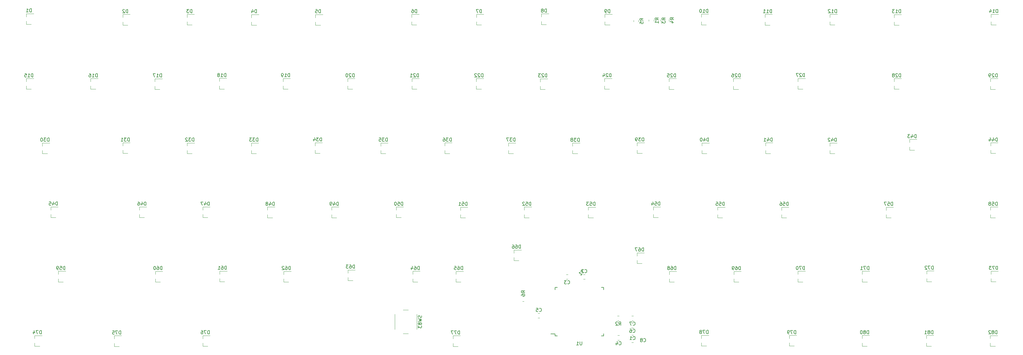
<source format=gbo>
G04 #@! TF.GenerationSoftware,KiCad,Pcbnew,(5.1.9)-1*
G04 #@! TF.CreationDate,2022-05-27T18:47:02+02:00*
G04 #@! TF.ProjectId,sofaboard,736f6661-626f-4617-9264-2e6b69636164,rev?*
G04 #@! TF.SameCoordinates,Original*
G04 #@! TF.FileFunction,Legend,Bot*
G04 #@! TF.FilePolarity,Positive*
%FSLAX46Y46*%
G04 Gerber Fmt 4.6, Leading zero omitted, Abs format (unit mm)*
G04 Created by KiCad (PCBNEW (5.1.9)-1) date 2022-05-27 18:47:02*
%MOMM*%
%LPD*%
G01*
G04 APERTURE LIST*
%ADD10C,0.120000*%
%ADD11C,0.150000*%
G04 APERTURE END LIST*
D10*
X202725000Y109192936D02*
X202725000Y109647064D01*
X201255000Y109192936D02*
X201255000Y109647064D01*
X200715000Y109177936D02*
X200715000Y109632064D01*
X199245000Y109177936D02*
X199245000Y109632064D01*
X162255564Y27532000D02*
X161801436Y27532000D01*
X162255564Y26062000D02*
X161801436Y26062000D01*
X196188000Y109016436D02*
X196188000Y109470564D01*
X194718000Y109016436D02*
X194718000Y109470564D01*
X205205000Y109223436D02*
X205205000Y109677564D01*
X203735000Y109223436D02*
X203735000Y109677564D01*
X300440000Y12780000D02*
X300440000Y13710000D01*
X300440000Y15940000D02*
X300440000Y15010000D01*
X300440000Y15940000D02*
X302600000Y15940000D01*
X300440000Y12780000D02*
X301900000Y12780000D01*
X281480000Y12790000D02*
X281480000Y13720000D01*
X281480000Y15950000D02*
X281480000Y15020000D01*
X281480000Y15950000D02*
X283640000Y15950000D01*
X281480000Y12790000D02*
X282940000Y12790000D01*
X262430000Y12800000D02*
X262430000Y13730000D01*
X262430000Y15960000D02*
X262430000Y15030000D01*
X262430000Y15960000D02*
X264590000Y15960000D01*
X262430000Y12800000D02*
X263890000Y12800000D01*
X240840000Y12820000D02*
X240840000Y13750000D01*
X240840000Y15980000D02*
X240840000Y15050000D01*
X240840000Y15980000D02*
X243000000Y15980000D01*
X240840000Y12820000D02*
X242300000Y12820000D01*
X214830000Y12840000D02*
X214830000Y13770000D01*
X214830000Y16000000D02*
X214830000Y15070000D01*
X214830000Y16000000D02*
X216990000Y16000000D01*
X214830000Y12840000D02*
X216290000Y12840000D01*
X141210000Y12710000D02*
X141210000Y13640000D01*
X141210000Y15870000D02*
X141210000Y14940000D01*
X141210000Y15870000D02*
X143370000Y15870000D01*
X141210000Y12710000D02*
X142670000Y12710000D01*
X67030000Y12760000D02*
X67030000Y13690000D01*
X67030000Y15920000D02*
X67030000Y14990000D01*
X67030000Y15920000D02*
X69190000Y15920000D01*
X67030000Y12760000D02*
X68490000Y12760000D01*
X40780000Y12710000D02*
X40780000Y13640000D01*
X40780000Y15870000D02*
X40780000Y14940000D01*
X40780000Y15870000D02*
X42940000Y15870000D01*
X40780000Y12710000D02*
X42240000Y12710000D01*
X17230000Y12780000D02*
X17230000Y13710000D01*
X17230000Y15940000D02*
X17230000Y15010000D01*
X17230000Y15940000D02*
X19390000Y15940000D01*
X17230000Y12780000D02*
X18690000Y12780000D01*
X300650000Y31880000D02*
X300650000Y32810000D01*
X300650000Y35040000D02*
X300650000Y34110000D01*
X300650000Y35040000D02*
X302810000Y35040000D01*
X300650000Y31880000D02*
X302110000Y31880000D01*
X281570000Y31930000D02*
X281570000Y32860000D01*
X281570000Y35090000D02*
X281570000Y34160000D01*
X281570000Y35090000D02*
X283730000Y35090000D01*
X281570000Y31930000D02*
X283030000Y31930000D01*
X262490000Y31850000D02*
X262490000Y32780000D01*
X262490000Y35010000D02*
X262490000Y34080000D01*
X262490000Y35010000D02*
X264650000Y35010000D01*
X262490000Y31850000D02*
X263950000Y31850000D01*
X243430000Y31850000D02*
X243430000Y32780000D01*
X243430000Y35010000D02*
X243430000Y34080000D01*
X243430000Y35010000D02*
X245590000Y35010000D01*
X243430000Y31850000D02*
X244890000Y31850000D01*
X224440000Y31790000D02*
X224440000Y32720000D01*
X224440000Y34950000D02*
X224440000Y34020000D01*
X224440000Y34950000D02*
X226600000Y34950000D01*
X224440000Y31790000D02*
X225900000Y31790000D01*
X205310000Y31810000D02*
X205310000Y32740000D01*
X205310000Y34970000D02*
X205310000Y34040000D01*
X205310000Y34970000D02*
X207470000Y34970000D01*
X205310000Y31810000D02*
X206770000Y31810000D01*
X195740000Y37320000D02*
X195740000Y38250000D01*
X195740000Y40480000D02*
X195740000Y39550000D01*
X195740000Y40480000D02*
X197900000Y40480000D01*
X195740000Y37320000D02*
X197200000Y37320000D01*
X159260000Y38170000D02*
X159260000Y39100000D01*
X159260000Y41330000D02*
X159260000Y40400000D01*
X159260000Y41330000D02*
X161420000Y41330000D01*
X159260000Y38170000D02*
X160720000Y38170000D01*
X142090000Y31830000D02*
X142090000Y32760000D01*
X142090000Y34990000D02*
X142090000Y34060000D01*
X142090000Y34990000D02*
X144250000Y34990000D01*
X142090000Y31830000D02*
X143550000Y31830000D01*
X129260000Y31840000D02*
X129260000Y32770000D01*
X129260000Y35000000D02*
X129260000Y34070000D01*
X129260000Y35000000D02*
X131420000Y35000000D01*
X129260000Y31840000D02*
X130720000Y31840000D01*
X110060000Y32250000D02*
X110060000Y33180000D01*
X110060000Y35410000D02*
X110060000Y34480000D01*
X110060000Y35410000D02*
X112220000Y35410000D01*
X110060000Y32250000D02*
X111520000Y32250000D01*
X91030000Y31820000D02*
X91030000Y32750000D01*
X91030000Y34980000D02*
X91030000Y34050000D01*
X91030000Y34980000D02*
X93190000Y34980000D01*
X91030000Y31820000D02*
X92490000Y31820000D01*
X72060000Y31900000D02*
X72060000Y32830000D01*
X72060000Y35060000D02*
X72060000Y34130000D01*
X72060000Y35060000D02*
X74220000Y35060000D01*
X72060000Y31900000D02*
X73520000Y31900000D01*
X53000000Y31830000D02*
X53000000Y32760000D01*
X53000000Y34990000D02*
X53000000Y34060000D01*
X53000000Y34990000D02*
X55160000Y34990000D01*
X53000000Y31830000D02*
X54460000Y31830000D01*
X24220000Y31850000D02*
X24220000Y32780000D01*
X24220000Y35010000D02*
X24220000Y34080000D01*
X24220000Y35010000D02*
X26380000Y35010000D01*
X24220000Y31850000D02*
X25680000Y31850000D01*
X300500000Y50890000D02*
X300500000Y51820000D01*
X300500000Y54050000D02*
X300500000Y53120000D01*
X300500000Y54050000D02*
X302660000Y54050000D01*
X300500000Y50890000D02*
X301960000Y50890000D01*
X269550000Y50860000D02*
X269550000Y51790000D01*
X269550000Y54020000D02*
X269550000Y53090000D01*
X269550000Y54020000D02*
X271710000Y54020000D01*
X269550000Y50860000D02*
X271010000Y50860000D01*
X238590000Y50860000D02*
X238590000Y51790000D01*
X238590000Y54020000D02*
X238590000Y53090000D01*
X238590000Y54020000D02*
X240750000Y54020000D01*
X238590000Y50860000D02*
X240050000Y50860000D01*
X219640000Y50880000D02*
X219640000Y51810000D01*
X219640000Y54040000D02*
X219640000Y53110000D01*
X219640000Y54040000D02*
X221800000Y54040000D01*
X219640000Y50880000D02*
X221100000Y50880000D01*
X200560000Y50940000D02*
X200560000Y51870000D01*
X200560000Y54100000D02*
X200560000Y53170000D01*
X200560000Y54100000D02*
X202720000Y54100000D01*
X200560000Y50940000D02*
X202020000Y50940000D01*
X181300000Y50880000D02*
X181300000Y51810000D01*
X181300000Y54040000D02*
X181300000Y53110000D01*
X181300000Y54040000D02*
X183460000Y54040000D01*
X181300000Y50880000D02*
X182760000Y50880000D01*
X162310000Y50900000D02*
X162310000Y51830000D01*
X162310000Y54060000D02*
X162310000Y53130000D01*
X162310000Y54060000D02*
X164470000Y54060000D01*
X162310000Y50900000D02*
X163770000Y50900000D01*
X143410000Y50870000D02*
X143410000Y51800000D01*
X143410000Y54030000D02*
X143410000Y53100000D01*
X143410000Y54030000D02*
X145570000Y54030000D01*
X143410000Y50870000D02*
X144870000Y50870000D01*
X124360000Y50920000D02*
X124360000Y51850000D01*
X124360000Y54080000D02*
X124360000Y53150000D01*
X124360000Y54080000D02*
X126520000Y54080000D01*
X124360000Y50920000D02*
X125820000Y50920000D01*
X105220000Y50890000D02*
X105220000Y51820000D01*
X105220000Y54050000D02*
X105220000Y53120000D01*
X105220000Y54050000D02*
X107380000Y54050000D01*
X105220000Y50890000D02*
X106680000Y50890000D01*
X86230000Y50900000D02*
X86230000Y51830000D01*
X86230000Y54060000D02*
X86230000Y53130000D01*
X86230000Y54060000D02*
X88390000Y54060000D01*
X86230000Y50900000D02*
X87690000Y50900000D01*
X67020000Y50930000D02*
X67020000Y51860000D01*
X67020000Y54090000D02*
X67020000Y53160000D01*
X67020000Y54090000D02*
X69180000Y54090000D01*
X67020000Y50930000D02*
X68480000Y50930000D01*
X48230000Y50930000D02*
X48230000Y51860000D01*
X48230000Y54090000D02*
X48230000Y53160000D01*
X48230000Y54090000D02*
X50390000Y54090000D01*
X48230000Y50930000D02*
X49690000Y50930000D01*
X22000000Y50950000D02*
X22000000Y51880000D01*
X22000000Y54110000D02*
X22000000Y53180000D01*
X22000000Y54110000D02*
X24160000Y54110000D01*
X22000000Y50950000D02*
X23460000Y50950000D01*
X300560000Y69960000D02*
X300560000Y70890000D01*
X300560000Y73120000D02*
X300560000Y72190000D01*
X300560000Y73120000D02*
X302720000Y73120000D01*
X300560000Y69960000D02*
X302020000Y69960000D01*
X276500000Y70950000D02*
X276500000Y71880000D01*
X276500000Y74110000D02*
X276500000Y73180000D01*
X276500000Y74110000D02*
X278660000Y74110000D01*
X276500000Y70950000D02*
X277960000Y70950000D01*
X252870000Y69900000D02*
X252870000Y70830000D01*
X252870000Y73060000D02*
X252870000Y72130000D01*
X252870000Y73060000D02*
X255030000Y73060000D01*
X252870000Y69900000D02*
X254330000Y69900000D01*
X233830000Y69940000D02*
X233830000Y70870000D01*
X233830000Y73100000D02*
X233830000Y72170000D01*
X233830000Y73100000D02*
X235990000Y73100000D01*
X233830000Y69940000D02*
X235290000Y69940000D01*
X214980000Y69930000D02*
X214980000Y70860000D01*
X214980000Y73090000D02*
X214980000Y72160000D01*
X214980000Y73090000D02*
X217140000Y73090000D01*
X214980000Y69930000D02*
X216440000Y69930000D01*
X195780000Y69980000D02*
X195780000Y70910000D01*
X195780000Y73140000D02*
X195780000Y72210000D01*
X195780000Y73140000D02*
X197940000Y73140000D01*
X195780000Y69980000D02*
X197240000Y69980000D01*
X176640000Y69880000D02*
X176640000Y70810000D01*
X176640000Y73040000D02*
X176640000Y72110000D01*
X176640000Y73040000D02*
X178800000Y73040000D01*
X176640000Y69880000D02*
X178100000Y69880000D01*
X157640000Y69920000D02*
X157640000Y70850000D01*
X157640000Y73080000D02*
X157640000Y72150000D01*
X157640000Y73080000D02*
X159800000Y73080000D01*
X157640000Y69920000D02*
X159100000Y69920000D01*
X138750000Y69940000D02*
X138750000Y70870000D01*
X138750000Y73100000D02*
X138750000Y72170000D01*
X138750000Y73100000D02*
X140910000Y73100000D01*
X138750000Y69940000D02*
X140210000Y69940000D01*
X119780000Y69910000D02*
X119780000Y70840000D01*
X119780000Y73070000D02*
X119780000Y72140000D01*
X119780000Y73070000D02*
X121940000Y73070000D01*
X119780000Y69910000D02*
X121240000Y69910000D01*
X100320000Y69980000D02*
X100320000Y70910000D01*
X100320000Y73140000D02*
X100320000Y72210000D01*
X100320000Y73140000D02*
X102480000Y73140000D01*
X100320000Y69980000D02*
X101780000Y69980000D01*
X81430000Y69910000D02*
X81430000Y70840000D01*
X81430000Y73070000D02*
X81430000Y72140000D01*
X81430000Y73070000D02*
X83590000Y73070000D01*
X81430000Y69910000D02*
X82890000Y69910000D01*
X62420000Y69930000D02*
X62420000Y70860000D01*
X62420000Y73090000D02*
X62420000Y72160000D01*
X62420000Y73090000D02*
X64580000Y73090000D01*
X62420000Y69930000D02*
X63880000Y69930000D01*
X43310000Y69970000D02*
X43310000Y70900000D01*
X43310000Y73130000D02*
X43310000Y72200000D01*
X43310000Y73130000D02*
X45470000Y73130000D01*
X43310000Y69970000D02*
X44770000Y69970000D01*
X19500000Y69910000D02*
X19500000Y70840000D01*
X19500000Y73070000D02*
X19500000Y72140000D01*
X19500000Y73070000D02*
X21660000Y73070000D01*
X19500000Y69910000D02*
X20960000Y69910000D01*
X300500000Y89000000D02*
X300500000Y89930000D01*
X300500000Y92160000D02*
X300500000Y91230000D01*
X300500000Y92160000D02*
X302660000Y92160000D01*
X300500000Y89000000D02*
X301960000Y89000000D01*
X271930000Y89010000D02*
X271930000Y89940000D01*
X271930000Y92170000D02*
X271930000Y91240000D01*
X271930000Y92170000D02*
X274090000Y92170000D01*
X271930000Y89010000D02*
X273390000Y89010000D01*
X243430000Y89060000D02*
X243430000Y89990000D01*
X243430000Y92220000D02*
X243430000Y91290000D01*
X243430000Y92220000D02*
X245590000Y92220000D01*
X243430000Y89060000D02*
X244890000Y89060000D01*
X224310000Y89000000D02*
X224310000Y89930000D01*
X224310000Y92160000D02*
X224310000Y91230000D01*
X224310000Y92160000D02*
X226470000Y92160000D01*
X224310000Y89000000D02*
X225770000Y89000000D01*
X205220000Y88990000D02*
X205220000Y89920000D01*
X205220000Y92150000D02*
X205220000Y91220000D01*
X205220000Y92150000D02*
X207380000Y92150000D01*
X205220000Y88990000D02*
X206680000Y88990000D01*
X186100000Y89030000D02*
X186100000Y89960000D01*
X186100000Y92190000D02*
X186100000Y91260000D01*
X186100000Y92190000D02*
X188260000Y92190000D01*
X186100000Y89030000D02*
X187560000Y89030000D01*
X167060000Y88970000D02*
X167060000Y89900000D01*
X167060000Y92130000D02*
X167060000Y91200000D01*
X167060000Y92130000D02*
X169220000Y92130000D01*
X167060000Y88970000D02*
X168520000Y88970000D01*
X148110000Y89020000D02*
X148110000Y89950000D01*
X148110000Y92180000D02*
X148110000Y91250000D01*
X148110000Y92180000D02*
X150270000Y92180000D01*
X148110000Y89020000D02*
X149570000Y89020000D01*
X129030000Y89010000D02*
X129030000Y89940000D01*
X129030000Y92170000D02*
X129030000Y91240000D01*
X129030000Y92170000D02*
X131190000Y92170000D01*
X129030000Y89010000D02*
X130490000Y89010000D01*
X109950000Y89020000D02*
X109950000Y89950000D01*
X109950000Y92180000D02*
X109950000Y91250000D01*
X109950000Y92180000D02*
X112110000Y92180000D01*
X109950000Y89020000D02*
X111410000Y89020000D01*
X90840000Y89050000D02*
X90840000Y89980000D01*
X90840000Y92210000D02*
X90840000Y91280000D01*
X90840000Y92210000D02*
X93000000Y92210000D01*
X90840000Y89050000D02*
X92300000Y89050000D01*
X71930000Y89070000D02*
X71930000Y90000000D01*
X71930000Y92230000D02*
X71930000Y91300000D01*
X71930000Y92230000D02*
X74090000Y92230000D01*
X71930000Y89070000D02*
X73390000Y89070000D01*
X52850000Y88980000D02*
X52850000Y89910000D01*
X52850000Y92140000D02*
X52850000Y91210000D01*
X52850000Y92140000D02*
X55010000Y92140000D01*
X52850000Y88980000D02*
X54310000Y88980000D01*
X33810000Y89010000D02*
X33810000Y89940000D01*
X33810000Y92170000D02*
X33810000Y91240000D01*
X33810000Y92170000D02*
X35970000Y92170000D01*
X33810000Y89010000D02*
X35270000Y89010000D01*
X14740000Y89020000D02*
X14740000Y89950000D01*
X14740000Y92180000D02*
X14740000Y91250000D01*
X14740000Y92180000D02*
X16900000Y92180000D01*
X14740000Y89020000D02*
X16200000Y89020000D01*
X300680000Y108080000D02*
X300680000Y109010000D01*
X300680000Y111240000D02*
X300680000Y110310000D01*
X300680000Y111240000D02*
X302840000Y111240000D01*
X300680000Y108080000D02*
X302140000Y108080000D01*
X271920000Y108020000D02*
X271920000Y108950000D01*
X271920000Y111180000D02*
X271920000Y110250000D01*
X271920000Y111180000D02*
X274080000Y111180000D01*
X271920000Y108020000D02*
X273380000Y108020000D01*
X252920000Y108070000D02*
X252920000Y109000000D01*
X252920000Y111230000D02*
X252920000Y110300000D01*
X252920000Y111230000D02*
X255080000Y111230000D01*
X252920000Y108070000D02*
X254380000Y108070000D01*
X233680000Y108040000D02*
X233680000Y108970000D01*
X233680000Y111200000D02*
X233680000Y110270000D01*
X233680000Y111200000D02*
X235840000Y111200000D01*
X233680000Y108040000D02*
X235140000Y108040000D01*
X214790000Y108120000D02*
X214790000Y109050000D01*
X214790000Y111280000D02*
X214790000Y110350000D01*
X214790000Y111280000D02*
X216950000Y111280000D01*
X214790000Y108120000D02*
X216250000Y108120000D01*
X186210000Y108070000D02*
X186210000Y109000000D01*
X186210000Y111230000D02*
X186210000Y110300000D01*
X186210000Y111230000D02*
X188370000Y111230000D01*
X186210000Y108070000D02*
X187670000Y108070000D01*
X167400000Y108210000D02*
X167400000Y109140000D01*
X167400000Y111370000D02*
X167400000Y110440000D01*
X167400000Y111370000D02*
X169560000Y111370000D01*
X167400000Y108210000D02*
X168860000Y108210000D01*
X148140000Y108060000D02*
X148140000Y108990000D01*
X148140000Y111220000D02*
X148140000Y110290000D01*
X148140000Y111220000D02*
X150300000Y111220000D01*
X148140000Y108060000D02*
X149600000Y108060000D01*
X128970000Y108070000D02*
X128970000Y109000000D01*
X128970000Y111230000D02*
X128970000Y110300000D01*
X128970000Y111230000D02*
X131130000Y111230000D01*
X128970000Y108070000D02*
X130430000Y108070000D01*
X100450000Y108020000D02*
X100450000Y108950000D01*
X100450000Y111180000D02*
X100450000Y110250000D01*
X100450000Y111180000D02*
X102610000Y111180000D01*
X100450000Y108020000D02*
X101910000Y108020000D01*
X81490000Y108020000D02*
X81490000Y108950000D01*
X81490000Y111180000D02*
X81490000Y110250000D01*
X81490000Y111180000D02*
X83650000Y111180000D01*
X81490000Y108020000D02*
X82950000Y108020000D01*
X62360000Y108070000D02*
X62360000Y109000000D01*
X62360000Y111230000D02*
X62360000Y110300000D01*
X62360000Y111230000D02*
X64520000Y111230000D01*
X62360000Y108070000D02*
X63820000Y108070000D01*
X43320000Y108040000D02*
X43320000Y108970000D01*
X43320000Y111200000D02*
X43320000Y110270000D01*
X43320000Y111200000D02*
X45480000Y111200000D01*
X43320000Y108040000D02*
X44780000Y108040000D01*
X14750000Y108260000D02*
X14750000Y109190000D01*
X14750000Y111420000D02*
X14750000Y110490000D01*
X14750000Y111420000D02*
X16910000Y111420000D01*
X14750000Y108260000D02*
X16210000Y108260000D01*
X126440000Y23520000D02*
X127940000Y23520000D01*
X130440000Y22270000D02*
X130440000Y17770000D01*
X127940000Y16520000D02*
X126440000Y16520000D01*
X123940000Y17770000D02*
X123940000Y22270000D01*
X194098748Y19630000D02*
X194621252Y19630000D01*
X194098748Y18210000D02*
X194621252Y18210000D01*
X194118748Y17490000D02*
X194641252Y17490000D01*
X194118748Y16070000D02*
X194641252Y16070000D01*
X194123748Y21760000D02*
X194646252Y21760000D01*
X194123748Y20340000D02*
X194646252Y20340000D01*
X194103748Y15300000D02*
X194626252Y15300000D01*
X194103748Y13880000D02*
X194626252Y13880000D01*
D11*
X171455000Y16430000D02*
X170180000Y16430000D01*
X185805000Y15855000D02*
X185130000Y15855000D01*
X185805000Y30205000D02*
X185130000Y30205000D01*
X171455000Y30205000D02*
X172130000Y30205000D01*
X171455000Y15855000D02*
X172130000Y15855000D01*
X171455000Y30205000D02*
X171455000Y29530000D01*
X185805000Y30205000D02*
X185805000Y29530000D01*
X185805000Y15855000D02*
X185805000Y16530000D01*
X171455000Y15855000D02*
X171455000Y16430000D01*
D10*
X174757953Y34051789D02*
X175280457Y34051789D01*
X174757953Y32631789D02*
X175280457Y32631789D01*
X166876252Y21120000D02*
X166353748Y21120000D01*
X166876252Y22540000D02*
X166353748Y22540000D01*
X189893748Y21760000D02*
X190416252Y21760000D01*
X189893748Y20340000D02*
X190416252Y20340000D01*
X180360457Y32631789D02*
X179837953Y32631789D01*
X180360457Y34051789D02*
X179837953Y34051789D01*
X189993748Y15950000D02*
X190516252Y15950000D01*
X189993748Y14530000D02*
X190516252Y14530000D01*
D11*
X204092380Y109586666D02*
X203616190Y109920000D01*
X204092380Y110158095D02*
X203092380Y110158095D01*
X203092380Y109777142D01*
X203140000Y109681904D01*
X203187619Y109634285D01*
X203282857Y109586666D01*
X203425714Y109586666D01*
X203520952Y109634285D01*
X203568571Y109681904D01*
X203616190Y109777142D01*
X203616190Y110158095D01*
X203092380Y109253333D02*
X203092380Y108634285D01*
X203473333Y108967619D01*
X203473333Y108824761D01*
X203520952Y108729523D01*
X203568571Y108681904D01*
X203663809Y108634285D01*
X203901904Y108634285D01*
X203997142Y108681904D01*
X204044761Y108729523D01*
X204092380Y108824761D01*
X204092380Y109110476D01*
X204044761Y109205714D01*
X203997142Y109253333D01*
X202082380Y109571666D02*
X201606190Y109905000D01*
X202082380Y110143095D02*
X201082380Y110143095D01*
X201082380Y109762142D01*
X201130000Y109666904D01*
X201177619Y109619285D01*
X201272857Y109571666D01*
X201415714Y109571666D01*
X201510952Y109619285D01*
X201558571Y109666904D01*
X201606190Y109762142D01*
X201606190Y110143095D01*
X202082380Y108619285D02*
X202082380Y109190714D01*
X202082380Y108905000D02*
X201082380Y108905000D01*
X201225238Y109000238D01*
X201320476Y109095476D01*
X201368095Y109190714D01*
X162480880Y28613666D02*
X162004690Y28947000D01*
X162480880Y29185095D02*
X161480880Y29185095D01*
X161480880Y28804142D01*
X161528500Y28708904D01*
X161576119Y28661285D01*
X161671357Y28613666D01*
X161814214Y28613666D01*
X161909452Y28661285D01*
X161957071Y28708904D01*
X162004690Y28804142D01*
X162004690Y29185095D01*
X161480880Y27756523D02*
X161480880Y27947000D01*
X161528500Y28042238D01*
X161576119Y28089857D01*
X161718976Y28185095D01*
X161909452Y28232714D01*
X162290404Y28232714D01*
X162385642Y28185095D01*
X162433261Y28137476D01*
X162480880Y28042238D01*
X162480880Y27851761D01*
X162433261Y27756523D01*
X162385642Y27708904D01*
X162290404Y27661285D01*
X162052309Y27661285D01*
X161957071Y27708904D01*
X161909452Y27756523D01*
X161861833Y27851761D01*
X161861833Y28042238D01*
X161909452Y28137476D01*
X161957071Y28185095D01*
X162052309Y28232714D01*
X197555380Y109410166D02*
X197079190Y109743500D01*
X197555380Y109981595D02*
X196555380Y109981595D01*
X196555380Y109600642D01*
X196603000Y109505404D01*
X196650619Y109457785D01*
X196745857Y109410166D01*
X196888714Y109410166D01*
X196983952Y109457785D01*
X197031571Y109505404D01*
X197079190Y109600642D01*
X197079190Y109981595D01*
X196555380Y108505404D02*
X196555380Y108981595D01*
X197031571Y109029214D01*
X196983952Y108981595D01*
X196936333Y108886357D01*
X196936333Y108648261D01*
X196983952Y108553023D01*
X197031571Y108505404D01*
X197126809Y108457785D01*
X197364904Y108457785D01*
X197460142Y108505404D01*
X197507761Y108553023D01*
X197555380Y108648261D01*
X197555380Y108886357D01*
X197507761Y108981595D01*
X197460142Y109029214D01*
X206572380Y109617166D02*
X206096190Y109950500D01*
X206572380Y110188595D02*
X205572380Y110188595D01*
X205572380Y109807642D01*
X205620000Y109712404D01*
X205667619Y109664785D01*
X205762857Y109617166D01*
X205905714Y109617166D01*
X206000952Y109664785D01*
X206048571Y109712404D01*
X206096190Y109807642D01*
X206096190Y110188595D01*
X205905714Y108760023D02*
X206572380Y108760023D01*
X205524761Y108998119D02*
X206239047Y109236214D01*
X206239047Y108617166D01*
X179608526Y34904296D02*
X179945244Y34567578D01*
X179473839Y35510387D02*
X179608526Y34904296D01*
X179002435Y35038983D01*
X179103450Y33725785D02*
X179507511Y34129846D01*
X179305480Y33927815D02*
X178598374Y34634922D01*
X178766732Y34601250D01*
X178901419Y34601250D01*
X179002435Y34634922D01*
X302414285Y16407619D02*
X302414285Y17407619D01*
X302176190Y17407619D01*
X302033333Y17360000D01*
X301938095Y17264761D01*
X301890476Y17169523D01*
X301842857Y16979047D01*
X301842857Y16836190D01*
X301890476Y16645714D01*
X301938095Y16550476D01*
X302033333Y16455238D01*
X302176190Y16407619D01*
X302414285Y16407619D01*
X301271428Y16979047D02*
X301366666Y17026666D01*
X301414285Y17074285D01*
X301461904Y17169523D01*
X301461904Y17217142D01*
X301414285Y17312380D01*
X301366666Y17360000D01*
X301271428Y17407619D01*
X301080952Y17407619D01*
X300985714Y17360000D01*
X300938095Y17312380D01*
X300890476Y17217142D01*
X300890476Y17169523D01*
X300938095Y17074285D01*
X300985714Y17026666D01*
X301080952Y16979047D01*
X301271428Y16979047D01*
X301366666Y16931428D01*
X301414285Y16883809D01*
X301461904Y16788571D01*
X301461904Y16598095D01*
X301414285Y16502857D01*
X301366666Y16455238D01*
X301271428Y16407619D01*
X301080952Y16407619D01*
X300985714Y16455238D01*
X300938095Y16502857D01*
X300890476Y16598095D01*
X300890476Y16788571D01*
X300938095Y16883809D01*
X300985714Y16931428D01*
X301080952Y16979047D01*
X300509523Y17312380D02*
X300461904Y17360000D01*
X300366666Y17407619D01*
X300128571Y17407619D01*
X300033333Y17360000D01*
X299985714Y17312380D01*
X299938095Y17217142D01*
X299938095Y17121904D01*
X299985714Y16979047D01*
X300557142Y16407619D01*
X299938095Y16407619D01*
X283454285Y16417619D02*
X283454285Y17417619D01*
X283216190Y17417619D01*
X283073333Y17370000D01*
X282978095Y17274761D01*
X282930476Y17179523D01*
X282882857Y16989047D01*
X282882857Y16846190D01*
X282930476Y16655714D01*
X282978095Y16560476D01*
X283073333Y16465238D01*
X283216190Y16417619D01*
X283454285Y16417619D01*
X282311428Y16989047D02*
X282406666Y17036666D01*
X282454285Y17084285D01*
X282501904Y17179523D01*
X282501904Y17227142D01*
X282454285Y17322380D01*
X282406666Y17370000D01*
X282311428Y17417619D01*
X282120952Y17417619D01*
X282025714Y17370000D01*
X281978095Y17322380D01*
X281930476Y17227142D01*
X281930476Y17179523D01*
X281978095Y17084285D01*
X282025714Y17036666D01*
X282120952Y16989047D01*
X282311428Y16989047D01*
X282406666Y16941428D01*
X282454285Y16893809D01*
X282501904Y16798571D01*
X282501904Y16608095D01*
X282454285Y16512857D01*
X282406666Y16465238D01*
X282311428Y16417619D01*
X282120952Y16417619D01*
X282025714Y16465238D01*
X281978095Y16512857D01*
X281930476Y16608095D01*
X281930476Y16798571D01*
X281978095Y16893809D01*
X282025714Y16941428D01*
X282120952Y16989047D01*
X280978095Y16417619D02*
X281549523Y16417619D01*
X281263809Y16417619D02*
X281263809Y17417619D01*
X281359047Y17274761D01*
X281454285Y17179523D01*
X281549523Y17131904D01*
X264404285Y16427619D02*
X264404285Y17427619D01*
X264166190Y17427619D01*
X264023333Y17380000D01*
X263928095Y17284761D01*
X263880476Y17189523D01*
X263832857Y16999047D01*
X263832857Y16856190D01*
X263880476Y16665714D01*
X263928095Y16570476D01*
X264023333Y16475238D01*
X264166190Y16427619D01*
X264404285Y16427619D01*
X263261428Y16999047D02*
X263356666Y17046666D01*
X263404285Y17094285D01*
X263451904Y17189523D01*
X263451904Y17237142D01*
X263404285Y17332380D01*
X263356666Y17380000D01*
X263261428Y17427619D01*
X263070952Y17427619D01*
X262975714Y17380000D01*
X262928095Y17332380D01*
X262880476Y17237142D01*
X262880476Y17189523D01*
X262928095Y17094285D01*
X262975714Y17046666D01*
X263070952Y16999047D01*
X263261428Y16999047D01*
X263356666Y16951428D01*
X263404285Y16903809D01*
X263451904Y16808571D01*
X263451904Y16618095D01*
X263404285Y16522857D01*
X263356666Y16475238D01*
X263261428Y16427619D01*
X263070952Y16427619D01*
X262975714Y16475238D01*
X262928095Y16522857D01*
X262880476Y16618095D01*
X262880476Y16808571D01*
X262928095Y16903809D01*
X262975714Y16951428D01*
X263070952Y16999047D01*
X262261428Y17427619D02*
X262166190Y17427619D01*
X262070952Y17380000D01*
X262023333Y17332380D01*
X261975714Y17237142D01*
X261928095Y17046666D01*
X261928095Y16808571D01*
X261975714Y16618095D01*
X262023333Y16522857D01*
X262070952Y16475238D01*
X262166190Y16427619D01*
X262261428Y16427619D01*
X262356666Y16475238D01*
X262404285Y16522857D01*
X262451904Y16618095D01*
X262499523Y16808571D01*
X262499523Y17046666D01*
X262451904Y17237142D01*
X262404285Y17332380D01*
X262356666Y17380000D01*
X262261428Y17427619D01*
X242814285Y16447619D02*
X242814285Y17447619D01*
X242576190Y17447619D01*
X242433333Y17400000D01*
X242338095Y17304761D01*
X242290476Y17209523D01*
X242242857Y17019047D01*
X242242857Y16876190D01*
X242290476Y16685714D01*
X242338095Y16590476D01*
X242433333Y16495238D01*
X242576190Y16447619D01*
X242814285Y16447619D01*
X241909523Y17447619D02*
X241242857Y17447619D01*
X241671428Y16447619D01*
X240814285Y16447619D02*
X240623809Y16447619D01*
X240528571Y16495238D01*
X240480952Y16542857D01*
X240385714Y16685714D01*
X240338095Y16876190D01*
X240338095Y17257142D01*
X240385714Y17352380D01*
X240433333Y17400000D01*
X240528571Y17447619D01*
X240719047Y17447619D01*
X240814285Y17400000D01*
X240861904Y17352380D01*
X240909523Y17257142D01*
X240909523Y17019047D01*
X240861904Y16923809D01*
X240814285Y16876190D01*
X240719047Y16828571D01*
X240528571Y16828571D01*
X240433333Y16876190D01*
X240385714Y16923809D01*
X240338095Y17019047D01*
X216804285Y16467619D02*
X216804285Y17467619D01*
X216566190Y17467619D01*
X216423333Y17420000D01*
X216328095Y17324761D01*
X216280476Y17229523D01*
X216232857Y17039047D01*
X216232857Y16896190D01*
X216280476Y16705714D01*
X216328095Y16610476D01*
X216423333Y16515238D01*
X216566190Y16467619D01*
X216804285Y16467619D01*
X215899523Y17467619D02*
X215232857Y17467619D01*
X215661428Y16467619D01*
X214709047Y17039047D02*
X214804285Y17086666D01*
X214851904Y17134285D01*
X214899523Y17229523D01*
X214899523Y17277142D01*
X214851904Y17372380D01*
X214804285Y17420000D01*
X214709047Y17467619D01*
X214518571Y17467619D01*
X214423333Y17420000D01*
X214375714Y17372380D01*
X214328095Y17277142D01*
X214328095Y17229523D01*
X214375714Y17134285D01*
X214423333Y17086666D01*
X214518571Y17039047D01*
X214709047Y17039047D01*
X214804285Y16991428D01*
X214851904Y16943809D01*
X214899523Y16848571D01*
X214899523Y16658095D01*
X214851904Y16562857D01*
X214804285Y16515238D01*
X214709047Y16467619D01*
X214518571Y16467619D01*
X214423333Y16515238D01*
X214375714Y16562857D01*
X214328095Y16658095D01*
X214328095Y16848571D01*
X214375714Y16943809D01*
X214423333Y16991428D01*
X214518571Y17039047D01*
X143184285Y16337619D02*
X143184285Y17337619D01*
X142946190Y17337619D01*
X142803333Y17290000D01*
X142708095Y17194761D01*
X142660476Y17099523D01*
X142612857Y16909047D01*
X142612857Y16766190D01*
X142660476Y16575714D01*
X142708095Y16480476D01*
X142803333Y16385238D01*
X142946190Y16337619D01*
X143184285Y16337619D01*
X142279523Y17337619D02*
X141612857Y17337619D01*
X142041428Y16337619D01*
X141327142Y17337619D02*
X140660476Y17337619D01*
X141089047Y16337619D01*
X69004285Y16387619D02*
X69004285Y17387619D01*
X68766190Y17387619D01*
X68623333Y17340000D01*
X68528095Y17244761D01*
X68480476Y17149523D01*
X68432857Y16959047D01*
X68432857Y16816190D01*
X68480476Y16625714D01*
X68528095Y16530476D01*
X68623333Y16435238D01*
X68766190Y16387619D01*
X69004285Y16387619D01*
X68099523Y17387619D02*
X67432857Y17387619D01*
X67861428Y16387619D01*
X66623333Y17387619D02*
X66813809Y17387619D01*
X66909047Y17340000D01*
X66956666Y17292380D01*
X67051904Y17149523D01*
X67099523Y16959047D01*
X67099523Y16578095D01*
X67051904Y16482857D01*
X67004285Y16435238D01*
X66909047Y16387619D01*
X66718571Y16387619D01*
X66623333Y16435238D01*
X66575714Y16482857D01*
X66528095Y16578095D01*
X66528095Y16816190D01*
X66575714Y16911428D01*
X66623333Y16959047D01*
X66718571Y17006666D01*
X66909047Y17006666D01*
X67004285Y16959047D01*
X67051904Y16911428D01*
X67099523Y16816190D01*
X42754285Y16337619D02*
X42754285Y17337619D01*
X42516190Y17337619D01*
X42373333Y17290000D01*
X42278095Y17194761D01*
X42230476Y17099523D01*
X42182857Y16909047D01*
X42182857Y16766190D01*
X42230476Y16575714D01*
X42278095Y16480476D01*
X42373333Y16385238D01*
X42516190Y16337619D01*
X42754285Y16337619D01*
X41849523Y17337619D02*
X41182857Y17337619D01*
X41611428Y16337619D01*
X40325714Y17337619D02*
X40801904Y17337619D01*
X40849523Y16861428D01*
X40801904Y16909047D01*
X40706666Y16956666D01*
X40468571Y16956666D01*
X40373333Y16909047D01*
X40325714Y16861428D01*
X40278095Y16766190D01*
X40278095Y16528095D01*
X40325714Y16432857D01*
X40373333Y16385238D01*
X40468571Y16337619D01*
X40706666Y16337619D01*
X40801904Y16385238D01*
X40849523Y16432857D01*
X19204285Y16407619D02*
X19204285Y17407619D01*
X18966190Y17407619D01*
X18823333Y17360000D01*
X18728095Y17264761D01*
X18680476Y17169523D01*
X18632857Y16979047D01*
X18632857Y16836190D01*
X18680476Y16645714D01*
X18728095Y16550476D01*
X18823333Y16455238D01*
X18966190Y16407619D01*
X19204285Y16407619D01*
X18299523Y17407619D02*
X17632857Y17407619D01*
X18061428Y16407619D01*
X16823333Y17074285D02*
X16823333Y16407619D01*
X17061428Y17455238D02*
X17299523Y16740952D01*
X16680476Y16740952D01*
X302624285Y35507619D02*
X302624285Y36507619D01*
X302386190Y36507619D01*
X302243333Y36460000D01*
X302148095Y36364761D01*
X302100476Y36269523D01*
X302052857Y36079047D01*
X302052857Y35936190D01*
X302100476Y35745714D01*
X302148095Y35650476D01*
X302243333Y35555238D01*
X302386190Y35507619D01*
X302624285Y35507619D01*
X301719523Y36507619D02*
X301052857Y36507619D01*
X301481428Y35507619D01*
X300767142Y36507619D02*
X300148095Y36507619D01*
X300481428Y36126666D01*
X300338571Y36126666D01*
X300243333Y36079047D01*
X300195714Y36031428D01*
X300148095Y35936190D01*
X300148095Y35698095D01*
X300195714Y35602857D01*
X300243333Y35555238D01*
X300338571Y35507619D01*
X300624285Y35507619D01*
X300719523Y35555238D01*
X300767142Y35602857D01*
X283544285Y35557619D02*
X283544285Y36557619D01*
X283306190Y36557619D01*
X283163333Y36510000D01*
X283068095Y36414761D01*
X283020476Y36319523D01*
X282972857Y36129047D01*
X282972857Y35986190D01*
X283020476Y35795714D01*
X283068095Y35700476D01*
X283163333Y35605238D01*
X283306190Y35557619D01*
X283544285Y35557619D01*
X282639523Y36557619D02*
X281972857Y36557619D01*
X282401428Y35557619D01*
X281639523Y36462380D02*
X281591904Y36510000D01*
X281496666Y36557619D01*
X281258571Y36557619D01*
X281163333Y36510000D01*
X281115714Y36462380D01*
X281068095Y36367142D01*
X281068095Y36271904D01*
X281115714Y36129047D01*
X281687142Y35557619D01*
X281068095Y35557619D01*
X264464285Y35477619D02*
X264464285Y36477619D01*
X264226190Y36477619D01*
X264083333Y36430000D01*
X263988095Y36334761D01*
X263940476Y36239523D01*
X263892857Y36049047D01*
X263892857Y35906190D01*
X263940476Y35715714D01*
X263988095Y35620476D01*
X264083333Y35525238D01*
X264226190Y35477619D01*
X264464285Y35477619D01*
X263559523Y36477619D02*
X262892857Y36477619D01*
X263321428Y35477619D01*
X261988095Y35477619D02*
X262559523Y35477619D01*
X262273809Y35477619D02*
X262273809Y36477619D01*
X262369047Y36334761D01*
X262464285Y36239523D01*
X262559523Y36191904D01*
X245404285Y35477619D02*
X245404285Y36477619D01*
X245166190Y36477619D01*
X245023333Y36430000D01*
X244928095Y36334761D01*
X244880476Y36239523D01*
X244832857Y36049047D01*
X244832857Y35906190D01*
X244880476Y35715714D01*
X244928095Y35620476D01*
X245023333Y35525238D01*
X245166190Y35477619D01*
X245404285Y35477619D01*
X244499523Y36477619D02*
X243832857Y36477619D01*
X244261428Y35477619D01*
X243261428Y36477619D02*
X243166190Y36477619D01*
X243070952Y36430000D01*
X243023333Y36382380D01*
X242975714Y36287142D01*
X242928095Y36096666D01*
X242928095Y35858571D01*
X242975714Y35668095D01*
X243023333Y35572857D01*
X243070952Y35525238D01*
X243166190Y35477619D01*
X243261428Y35477619D01*
X243356666Y35525238D01*
X243404285Y35572857D01*
X243451904Y35668095D01*
X243499523Y35858571D01*
X243499523Y36096666D01*
X243451904Y36287142D01*
X243404285Y36382380D01*
X243356666Y36430000D01*
X243261428Y36477619D01*
X226414285Y35417619D02*
X226414285Y36417619D01*
X226176190Y36417619D01*
X226033333Y36370000D01*
X225938095Y36274761D01*
X225890476Y36179523D01*
X225842857Y35989047D01*
X225842857Y35846190D01*
X225890476Y35655714D01*
X225938095Y35560476D01*
X226033333Y35465238D01*
X226176190Y35417619D01*
X226414285Y35417619D01*
X224985714Y36417619D02*
X225176190Y36417619D01*
X225271428Y36370000D01*
X225319047Y36322380D01*
X225414285Y36179523D01*
X225461904Y35989047D01*
X225461904Y35608095D01*
X225414285Y35512857D01*
X225366666Y35465238D01*
X225271428Y35417619D01*
X225080952Y35417619D01*
X224985714Y35465238D01*
X224938095Y35512857D01*
X224890476Y35608095D01*
X224890476Y35846190D01*
X224938095Y35941428D01*
X224985714Y35989047D01*
X225080952Y36036666D01*
X225271428Y36036666D01*
X225366666Y35989047D01*
X225414285Y35941428D01*
X225461904Y35846190D01*
X224414285Y35417619D02*
X224223809Y35417619D01*
X224128571Y35465238D01*
X224080952Y35512857D01*
X223985714Y35655714D01*
X223938095Y35846190D01*
X223938095Y36227142D01*
X223985714Y36322380D01*
X224033333Y36370000D01*
X224128571Y36417619D01*
X224319047Y36417619D01*
X224414285Y36370000D01*
X224461904Y36322380D01*
X224509523Y36227142D01*
X224509523Y35989047D01*
X224461904Y35893809D01*
X224414285Y35846190D01*
X224319047Y35798571D01*
X224128571Y35798571D01*
X224033333Y35846190D01*
X223985714Y35893809D01*
X223938095Y35989047D01*
X207284285Y35437619D02*
X207284285Y36437619D01*
X207046190Y36437619D01*
X206903333Y36390000D01*
X206808095Y36294761D01*
X206760476Y36199523D01*
X206712857Y36009047D01*
X206712857Y35866190D01*
X206760476Y35675714D01*
X206808095Y35580476D01*
X206903333Y35485238D01*
X207046190Y35437619D01*
X207284285Y35437619D01*
X205855714Y36437619D02*
X206046190Y36437619D01*
X206141428Y36390000D01*
X206189047Y36342380D01*
X206284285Y36199523D01*
X206331904Y36009047D01*
X206331904Y35628095D01*
X206284285Y35532857D01*
X206236666Y35485238D01*
X206141428Y35437619D01*
X205950952Y35437619D01*
X205855714Y35485238D01*
X205808095Y35532857D01*
X205760476Y35628095D01*
X205760476Y35866190D01*
X205808095Y35961428D01*
X205855714Y36009047D01*
X205950952Y36056666D01*
X206141428Y36056666D01*
X206236666Y36009047D01*
X206284285Y35961428D01*
X206331904Y35866190D01*
X205189047Y36009047D02*
X205284285Y36056666D01*
X205331904Y36104285D01*
X205379523Y36199523D01*
X205379523Y36247142D01*
X205331904Y36342380D01*
X205284285Y36390000D01*
X205189047Y36437619D01*
X204998571Y36437619D01*
X204903333Y36390000D01*
X204855714Y36342380D01*
X204808095Y36247142D01*
X204808095Y36199523D01*
X204855714Y36104285D01*
X204903333Y36056666D01*
X204998571Y36009047D01*
X205189047Y36009047D01*
X205284285Y35961428D01*
X205331904Y35913809D01*
X205379523Y35818571D01*
X205379523Y35628095D01*
X205331904Y35532857D01*
X205284285Y35485238D01*
X205189047Y35437619D01*
X204998571Y35437619D01*
X204903333Y35485238D01*
X204855714Y35532857D01*
X204808095Y35628095D01*
X204808095Y35818571D01*
X204855714Y35913809D01*
X204903333Y35961428D01*
X204998571Y36009047D01*
X197714285Y40947619D02*
X197714285Y41947619D01*
X197476190Y41947619D01*
X197333333Y41900000D01*
X197238095Y41804761D01*
X197190476Y41709523D01*
X197142857Y41519047D01*
X197142857Y41376190D01*
X197190476Y41185714D01*
X197238095Y41090476D01*
X197333333Y40995238D01*
X197476190Y40947619D01*
X197714285Y40947619D01*
X196285714Y41947619D02*
X196476190Y41947619D01*
X196571428Y41900000D01*
X196619047Y41852380D01*
X196714285Y41709523D01*
X196761904Y41519047D01*
X196761904Y41138095D01*
X196714285Y41042857D01*
X196666666Y40995238D01*
X196571428Y40947619D01*
X196380952Y40947619D01*
X196285714Y40995238D01*
X196238095Y41042857D01*
X196190476Y41138095D01*
X196190476Y41376190D01*
X196238095Y41471428D01*
X196285714Y41519047D01*
X196380952Y41566666D01*
X196571428Y41566666D01*
X196666666Y41519047D01*
X196714285Y41471428D01*
X196761904Y41376190D01*
X195857142Y41947619D02*
X195190476Y41947619D01*
X195619047Y40947619D01*
X161234285Y41797619D02*
X161234285Y42797619D01*
X160996190Y42797619D01*
X160853333Y42750000D01*
X160758095Y42654761D01*
X160710476Y42559523D01*
X160662857Y42369047D01*
X160662857Y42226190D01*
X160710476Y42035714D01*
X160758095Y41940476D01*
X160853333Y41845238D01*
X160996190Y41797619D01*
X161234285Y41797619D01*
X159805714Y42797619D02*
X159996190Y42797619D01*
X160091428Y42750000D01*
X160139047Y42702380D01*
X160234285Y42559523D01*
X160281904Y42369047D01*
X160281904Y41988095D01*
X160234285Y41892857D01*
X160186666Y41845238D01*
X160091428Y41797619D01*
X159900952Y41797619D01*
X159805714Y41845238D01*
X159758095Y41892857D01*
X159710476Y41988095D01*
X159710476Y42226190D01*
X159758095Y42321428D01*
X159805714Y42369047D01*
X159900952Y42416666D01*
X160091428Y42416666D01*
X160186666Y42369047D01*
X160234285Y42321428D01*
X160281904Y42226190D01*
X158853333Y42797619D02*
X159043809Y42797619D01*
X159139047Y42750000D01*
X159186666Y42702380D01*
X159281904Y42559523D01*
X159329523Y42369047D01*
X159329523Y41988095D01*
X159281904Y41892857D01*
X159234285Y41845238D01*
X159139047Y41797619D01*
X158948571Y41797619D01*
X158853333Y41845238D01*
X158805714Y41892857D01*
X158758095Y41988095D01*
X158758095Y42226190D01*
X158805714Y42321428D01*
X158853333Y42369047D01*
X158948571Y42416666D01*
X159139047Y42416666D01*
X159234285Y42369047D01*
X159281904Y42321428D01*
X159329523Y42226190D01*
X144064285Y35457619D02*
X144064285Y36457619D01*
X143826190Y36457619D01*
X143683333Y36410000D01*
X143588095Y36314761D01*
X143540476Y36219523D01*
X143492857Y36029047D01*
X143492857Y35886190D01*
X143540476Y35695714D01*
X143588095Y35600476D01*
X143683333Y35505238D01*
X143826190Y35457619D01*
X144064285Y35457619D01*
X142635714Y36457619D02*
X142826190Y36457619D01*
X142921428Y36410000D01*
X142969047Y36362380D01*
X143064285Y36219523D01*
X143111904Y36029047D01*
X143111904Y35648095D01*
X143064285Y35552857D01*
X143016666Y35505238D01*
X142921428Y35457619D01*
X142730952Y35457619D01*
X142635714Y35505238D01*
X142588095Y35552857D01*
X142540476Y35648095D01*
X142540476Y35886190D01*
X142588095Y35981428D01*
X142635714Y36029047D01*
X142730952Y36076666D01*
X142921428Y36076666D01*
X143016666Y36029047D01*
X143064285Y35981428D01*
X143111904Y35886190D01*
X141635714Y36457619D02*
X142111904Y36457619D01*
X142159523Y35981428D01*
X142111904Y36029047D01*
X142016666Y36076666D01*
X141778571Y36076666D01*
X141683333Y36029047D01*
X141635714Y35981428D01*
X141588095Y35886190D01*
X141588095Y35648095D01*
X141635714Y35552857D01*
X141683333Y35505238D01*
X141778571Y35457619D01*
X142016666Y35457619D01*
X142111904Y35505238D01*
X142159523Y35552857D01*
X131234285Y35467619D02*
X131234285Y36467619D01*
X130996190Y36467619D01*
X130853333Y36420000D01*
X130758095Y36324761D01*
X130710476Y36229523D01*
X130662857Y36039047D01*
X130662857Y35896190D01*
X130710476Y35705714D01*
X130758095Y35610476D01*
X130853333Y35515238D01*
X130996190Y35467619D01*
X131234285Y35467619D01*
X129805714Y36467619D02*
X129996190Y36467619D01*
X130091428Y36420000D01*
X130139047Y36372380D01*
X130234285Y36229523D01*
X130281904Y36039047D01*
X130281904Y35658095D01*
X130234285Y35562857D01*
X130186666Y35515238D01*
X130091428Y35467619D01*
X129900952Y35467619D01*
X129805714Y35515238D01*
X129758095Y35562857D01*
X129710476Y35658095D01*
X129710476Y35896190D01*
X129758095Y35991428D01*
X129805714Y36039047D01*
X129900952Y36086666D01*
X130091428Y36086666D01*
X130186666Y36039047D01*
X130234285Y35991428D01*
X130281904Y35896190D01*
X128853333Y36134285D02*
X128853333Y35467619D01*
X129091428Y36515238D02*
X129329523Y35800952D01*
X128710476Y35800952D01*
X112034285Y35877619D02*
X112034285Y36877619D01*
X111796190Y36877619D01*
X111653333Y36830000D01*
X111558095Y36734761D01*
X111510476Y36639523D01*
X111462857Y36449047D01*
X111462857Y36306190D01*
X111510476Y36115714D01*
X111558095Y36020476D01*
X111653333Y35925238D01*
X111796190Y35877619D01*
X112034285Y35877619D01*
X110605714Y36877619D02*
X110796190Y36877619D01*
X110891428Y36830000D01*
X110939047Y36782380D01*
X111034285Y36639523D01*
X111081904Y36449047D01*
X111081904Y36068095D01*
X111034285Y35972857D01*
X110986666Y35925238D01*
X110891428Y35877619D01*
X110700952Y35877619D01*
X110605714Y35925238D01*
X110558095Y35972857D01*
X110510476Y36068095D01*
X110510476Y36306190D01*
X110558095Y36401428D01*
X110605714Y36449047D01*
X110700952Y36496666D01*
X110891428Y36496666D01*
X110986666Y36449047D01*
X111034285Y36401428D01*
X111081904Y36306190D01*
X110177142Y36877619D02*
X109558095Y36877619D01*
X109891428Y36496666D01*
X109748571Y36496666D01*
X109653333Y36449047D01*
X109605714Y36401428D01*
X109558095Y36306190D01*
X109558095Y36068095D01*
X109605714Y35972857D01*
X109653333Y35925238D01*
X109748571Y35877619D01*
X110034285Y35877619D01*
X110129523Y35925238D01*
X110177142Y35972857D01*
X93004285Y35447619D02*
X93004285Y36447619D01*
X92766190Y36447619D01*
X92623333Y36400000D01*
X92528095Y36304761D01*
X92480476Y36209523D01*
X92432857Y36019047D01*
X92432857Y35876190D01*
X92480476Y35685714D01*
X92528095Y35590476D01*
X92623333Y35495238D01*
X92766190Y35447619D01*
X93004285Y35447619D01*
X91575714Y36447619D02*
X91766190Y36447619D01*
X91861428Y36400000D01*
X91909047Y36352380D01*
X92004285Y36209523D01*
X92051904Y36019047D01*
X92051904Y35638095D01*
X92004285Y35542857D01*
X91956666Y35495238D01*
X91861428Y35447619D01*
X91670952Y35447619D01*
X91575714Y35495238D01*
X91528095Y35542857D01*
X91480476Y35638095D01*
X91480476Y35876190D01*
X91528095Y35971428D01*
X91575714Y36019047D01*
X91670952Y36066666D01*
X91861428Y36066666D01*
X91956666Y36019047D01*
X92004285Y35971428D01*
X92051904Y35876190D01*
X91099523Y36352380D02*
X91051904Y36400000D01*
X90956666Y36447619D01*
X90718571Y36447619D01*
X90623333Y36400000D01*
X90575714Y36352380D01*
X90528095Y36257142D01*
X90528095Y36161904D01*
X90575714Y36019047D01*
X91147142Y35447619D01*
X90528095Y35447619D01*
X74034285Y35527619D02*
X74034285Y36527619D01*
X73796190Y36527619D01*
X73653333Y36480000D01*
X73558095Y36384761D01*
X73510476Y36289523D01*
X73462857Y36099047D01*
X73462857Y35956190D01*
X73510476Y35765714D01*
X73558095Y35670476D01*
X73653333Y35575238D01*
X73796190Y35527619D01*
X74034285Y35527619D01*
X72605714Y36527619D02*
X72796190Y36527619D01*
X72891428Y36480000D01*
X72939047Y36432380D01*
X73034285Y36289523D01*
X73081904Y36099047D01*
X73081904Y35718095D01*
X73034285Y35622857D01*
X72986666Y35575238D01*
X72891428Y35527619D01*
X72700952Y35527619D01*
X72605714Y35575238D01*
X72558095Y35622857D01*
X72510476Y35718095D01*
X72510476Y35956190D01*
X72558095Y36051428D01*
X72605714Y36099047D01*
X72700952Y36146666D01*
X72891428Y36146666D01*
X72986666Y36099047D01*
X73034285Y36051428D01*
X73081904Y35956190D01*
X71558095Y35527619D02*
X72129523Y35527619D01*
X71843809Y35527619D02*
X71843809Y36527619D01*
X71939047Y36384761D01*
X72034285Y36289523D01*
X72129523Y36241904D01*
X54974285Y35457619D02*
X54974285Y36457619D01*
X54736190Y36457619D01*
X54593333Y36410000D01*
X54498095Y36314761D01*
X54450476Y36219523D01*
X54402857Y36029047D01*
X54402857Y35886190D01*
X54450476Y35695714D01*
X54498095Y35600476D01*
X54593333Y35505238D01*
X54736190Y35457619D01*
X54974285Y35457619D01*
X53545714Y36457619D02*
X53736190Y36457619D01*
X53831428Y36410000D01*
X53879047Y36362380D01*
X53974285Y36219523D01*
X54021904Y36029047D01*
X54021904Y35648095D01*
X53974285Y35552857D01*
X53926666Y35505238D01*
X53831428Y35457619D01*
X53640952Y35457619D01*
X53545714Y35505238D01*
X53498095Y35552857D01*
X53450476Y35648095D01*
X53450476Y35886190D01*
X53498095Y35981428D01*
X53545714Y36029047D01*
X53640952Y36076666D01*
X53831428Y36076666D01*
X53926666Y36029047D01*
X53974285Y35981428D01*
X54021904Y35886190D01*
X52831428Y36457619D02*
X52736190Y36457619D01*
X52640952Y36410000D01*
X52593333Y36362380D01*
X52545714Y36267142D01*
X52498095Y36076666D01*
X52498095Y35838571D01*
X52545714Y35648095D01*
X52593333Y35552857D01*
X52640952Y35505238D01*
X52736190Y35457619D01*
X52831428Y35457619D01*
X52926666Y35505238D01*
X52974285Y35552857D01*
X53021904Y35648095D01*
X53069523Y35838571D01*
X53069523Y36076666D01*
X53021904Y36267142D01*
X52974285Y36362380D01*
X52926666Y36410000D01*
X52831428Y36457619D01*
X26194285Y35477619D02*
X26194285Y36477619D01*
X25956190Y36477619D01*
X25813333Y36430000D01*
X25718095Y36334761D01*
X25670476Y36239523D01*
X25622857Y36049047D01*
X25622857Y35906190D01*
X25670476Y35715714D01*
X25718095Y35620476D01*
X25813333Y35525238D01*
X25956190Y35477619D01*
X26194285Y35477619D01*
X24718095Y36477619D02*
X25194285Y36477619D01*
X25241904Y36001428D01*
X25194285Y36049047D01*
X25099047Y36096666D01*
X24860952Y36096666D01*
X24765714Y36049047D01*
X24718095Y36001428D01*
X24670476Y35906190D01*
X24670476Y35668095D01*
X24718095Y35572857D01*
X24765714Y35525238D01*
X24860952Y35477619D01*
X25099047Y35477619D01*
X25194285Y35525238D01*
X25241904Y35572857D01*
X24194285Y35477619D02*
X24003809Y35477619D01*
X23908571Y35525238D01*
X23860952Y35572857D01*
X23765714Y35715714D01*
X23718095Y35906190D01*
X23718095Y36287142D01*
X23765714Y36382380D01*
X23813333Y36430000D01*
X23908571Y36477619D01*
X24099047Y36477619D01*
X24194285Y36430000D01*
X24241904Y36382380D01*
X24289523Y36287142D01*
X24289523Y36049047D01*
X24241904Y35953809D01*
X24194285Y35906190D01*
X24099047Y35858571D01*
X23908571Y35858571D01*
X23813333Y35906190D01*
X23765714Y35953809D01*
X23718095Y36049047D01*
X302474285Y54517619D02*
X302474285Y55517619D01*
X302236190Y55517619D01*
X302093333Y55470000D01*
X301998095Y55374761D01*
X301950476Y55279523D01*
X301902857Y55089047D01*
X301902857Y54946190D01*
X301950476Y54755714D01*
X301998095Y54660476D01*
X302093333Y54565238D01*
X302236190Y54517619D01*
X302474285Y54517619D01*
X300998095Y55517619D02*
X301474285Y55517619D01*
X301521904Y55041428D01*
X301474285Y55089047D01*
X301379047Y55136666D01*
X301140952Y55136666D01*
X301045714Y55089047D01*
X300998095Y55041428D01*
X300950476Y54946190D01*
X300950476Y54708095D01*
X300998095Y54612857D01*
X301045714Y54565238D01*
X301140952Y54517619D01*
X301379047Y54517619D01*
X301474285Y54565238D01*
X301521904Y54612857D01*
X300379047Y55089047D02*
X300474285Y55136666D01*
X300521904Y55184285D01*
X300569523Y55279523D01*
X300569523Y55327142D01*
X300521904Y55422380D01*
X300474285Y55470000D01*
X300379047Y55517619D01*
X300188571Y55517619D01*
X300093333Y55470000D01*
X300045714Y55422380D01*
X299998095Y55327142D01*
X299998095Y55279523D01*
X300045714Y55184285D01*
X300093333Y55136666D01*
X300188571Y55089047D01*
X300379047Y55089047D01*
X300474285Y55041428D01*
X300521904Y54993809D01*
X300569523Y54898571D01*
X300569523Y54708095D01*
X300521904Y54612857D01*
X300474285Y54565238D01*
X300379047Y54517619D01*
X300188571Y54517619D01*
X300093333Y54565238D01*
X300045714Y54612857D01*
X299998095Y54708095D01*
X299998095Y54898571D01*
X300045714Y54993809D01*
X300093333Y55041428D01*
X300188571Y55089047D01*
X271524285Y54487619D02*
X271524285Y55487619D01*
X271286190Y55487619D01*
X271143333Y55440000D01*
X271048095Y55344761D01*
X271000476Y55249523D01*
X270952857Y55059047D01*
X270952857Y54916190D01*
X271000476Y54725714D01*
X271048095Y54630476D01*
X271143333Y54535238D01*
X271286190Y54487619D01*
X271524285Y54487619D01*
X270048095Y55487619D02*
X270524285Y55487619D01*
X270571904Y55011428D01*
X270524285Y55059047D01*
X270429047Y55106666D01*
X270190952Y55106666D01*
X270095714Y55059047D01*
X270048095Y55011428D01*
X270000476Y54916190D01*
X270000476Y54678095D01*
X270048095Y54582857D01*
X270095714Y54535238D01*
X270190952Y54487619D01*
X270429047Y54487619D01*
X270524285Y54535238D01*
X270571904Y54582857D01*
X269667142Y55487619D02*
X269000476Y55487619D01*
X269429047Y54487619D01*
X240564285Y54487619D02*
X240564285Y55487619D01*
X240326190Y55487619D01*
X240183333Y55440000D01*
X240088095Y55344761D01*
X240040476Y55249523D01*
X239992857Y55059047D01*
X239992857Y54916190D01*
X240040476Y54725714D01*
X240088095Y54630476D01*
X240183333Y54535238D01*
X240326190Y54487619D01*
X240564285Y54487619D01*
X239088095Y55487619D02*
X239564285Y55487619D01*
X239611904Y55011428D01*
X239564285Y55059047D01*
X239469047Y55106666D01*
X239230952Y55106666D01*
X239135714Y55059047D01*
X239088095Y55011428D01*
X239040476Y54916190D01*
X239040476Y54678095D01*
X239088095Y54582857D01*
X239135714Y54535238D01*
X239230952Y54487619D01*
X239469047Y54487619D01*
X239564285Y54535238D01*
X239611904Y54582857D01*
X238183333Y55487619D02*
X238373809Y55487619D01*
X238469047Y55440000D01*
X238516666Y55392380D01*
X238611904Y55249523D01*
X238659523Y55059047D01*
X238659523Y54678095D01*
X238611904Y54582857D01*
X238564285Y54535238D01*
X238469047Y54487619D01*
X238278571Y54487619D01*
X238183333Y54535238D01*
X238135714Y54582857D01*
X238088095Y54678095D01*
X238088095Y54916190D01*
X238135714Y55011428D01*
X238183333Y55059047D01*
X238278571Y55106666D01*
X238469047Y55106666D01*
X238564285Y55059047D01*
X238611904Y55011428D01*
X238659523Y54916190D01*
X221614285Y54507619D02*
X221614285Y55507619D01*
X221376190Y55507619D01*
X221233333Y55460000D01*
X221138095Y55364761D01*
X221090476Y55269523D01*
X221042857Y55079047D01*
X221042857Y54936190D01*
X221090476Y54745714D01*
X221138095Y54650476D01*
X221233333Y54555238D01*
X221376190Y54507619D01*
X221614285Y54507619D01*
X220138095Y55507619D02*
X220614285Y55507619D01*
X220661904Y55031428D01*
X220614285Y55079047D01*
X220519047Y55126666D01*
X220280952Y55126666D01*
X220185714Y55079047D01*
X220138095Y55031428D01*
X220090476Y54936190D01*
X220090476Y54698095D01*
X220138095Y54602857D01*
X220185714Y54555238D01*
X220280952Y54507619D01*
X220519047Y54507619D01*
X220614285Y54555238D01*
X220661904Y54602857D01*
X219185714Y55507619D02*
X219661904Y55507619D01*
X219709523Y55031428D01*
X219661904Y55079047D01*
X219566666Y55126666D01*
X219328571Y55126666D01*
X219233333Y55079047D01*
X219185714Y55031428D01*
X219138095Y54936190D01*
X219138095Y54698095D01*
X219185714Y54602857D01*
X219233333Y54555238D01*
X219328571Y54507619D01*
X219566666Y54507619D01*
X219661904Y54555238D01*
X219709523Y54602857D01*
X202534285Y54567619D02*
X202534285Y55567619D01*
X202296190Y55567619D01*
X202153333Y55520000D01*
X202058095Y55424761D01*
X202010476Y55329523D01*
X201962857Y55139047D01*
X201962857Y54996190D01*
X202010476Y54805714D01*
X202058095Y54710476D01*
X202153333Y54615238D01*
X202296190Y54567619D01*
X202534285Y54567619D01*
X201058095Y55567619D02*
X201534285Y55567619D01*
X201581904Y55091428D01*
X201534285Y55139047D01*
X201439047Y55186666D01*
X201200952Y55186666D01*
X201105714Y55139047D01*
X201058095Y55091428D01*
X201010476Y54996190D01*
X201010476Y54758095D01*
X201058095Y54662857D01*
X201105714Y54615238D01*
X201200952Y54567619D01*
X201439047Y54567619D01*
X201534285Y54615238D01*
X201581904Y54662857D01*
X200153333Y55234285D02*
X200153333Y54567619D01*
X200391428Y55615238D02*
X200629523Y54900952D01*
X200010476Y54900952D01*
X183274285Y54507619D02*
X183274285Y55507619D01*
X183036190Y55507619D01*
X182893333Y55460000D01*
X182798095Y55364761D01*
X182750476Y55269523D01*
X182702857Y55079047D01*
X182702857Y54936190D01*
X182750476Y54745714D01*
X182798095Y54650476D01*
X182893333Y54555238D01*
X183036190Y54507619D01*
X183274285Y54507619D01*
X181798095Y55507619D02*
X182274285Y55507619D01*
X182321904Y55031428D01*
X182274285Y55079047D01*
X182179047Y55126666D01*
X181940952Y55126666D01*
X181845714Y55079047D01*
X181798095Y55031428D01*
X181750476Y54936190D01*
X181750476Y54698095D01*
X181798095Y54602857D01*
X181845714Y54555238D01*
X181940952Y54507619D01*
X182179047Y54507619D01*
X182274285Y54555238D01*
X182321904Y54602857D01*
X181417142Y55507619D02*
X180798095Y55507619D01*
X181131428Y55126666D01*
X180988571Y55126666D01*
X180893333Y55079047D01*
X180845714Y55031428D01*
X180798095Y54936190D01*
X180798095Y54698095D01*
X180845714Y54602857D01*
X180893333Y54555238D01*
X180988571Y54507619D01*
X181274285Y54507619D01*
X181369523Y54555238D01*
X181417142Y54602857D01*
X164284285Y54527619D02*
X164284285Y55527619D01*
X164046190Y55527619D01*
X163903333Y55480000D01*
X163808095Y55384761D01*
X163760476Y55289523D01*
X163712857Y55099047D01*
X163712857Y54956190D01*
X163760476Y54765714D01*
X163808095Y54670476D01*
X163903333Y54575238D01*
X164046190Y54527619D01*
X164284285Y54527619D01*
X162808095Y55527619D02*
X163284285Y55527619D01*
X163331904Y55051428D01*
X163284285Y55099047D01*
X163189047Y55146666D01*
X162950952Y55146666D01*
X162855714Y55099047D01*
X162808095Y55051428D01*
X162760476Y54956190D01*
X162760476Y54718095D01*
X162808095Y54622857D01*
X162855714Y54575238D01*
X162950952Y54527619D01*
X163189047Y54527619D01*
X163284285Y54575238D01*
X163331904Y54622857D01*
X162379523Y55432380D02*
X162331904Y55480000D01*
X162236666Y55527619D01*
X161998571Y55527619D01*
X161903333Y55480000D01*
X161855714Y55432380D01*
X161808095Y55337142D01*
X161808095Y55241904D01*
X161855714Y55099047D01*
X162427142Y54527619D01*
X161808095Y54527619D01*
X145384285Y54497619D02*
X145384285Y55497619D01*
X145146190Y55497619D01*
X145003333Y55450000D01*
X144908095Y55354761D01*
X144860476Y55259523D01*
X144812857Y55069047D01*
X144812857Y54926190D01*
X144860476Y54735714D01*
X144908095Y54640476D01*
X145003333Y54545238D01*
X145146190Y54497619D01*
X145384285Y54497619D01*
X143908095Y55497619D02*
X144384285Y55497619D01*
X144431904Y55021428D01*
X144384285Y55069047D01*
X144289047Y55116666D01*
X144050952Y55116666D01*
X143955714Y55069047D01*
X143908095Y55021428D01*
X143860476Y54926190D01*
X143860476Y54688095D01*
X143908095Y54592857D01*
X143955714Y54545238D01*
X144050952Y54497619D01*
X144289047Y54497619D01*
X144384285Y54545238D01*
X144431904Y54592857D01*
X142908095Y54497619D02*
X143479523Y54497619D01*
X143193809Y54497619D02*
X143193809Y55497619D01*
X143289047Y55354761D01*
X143384285Y55259523D01*
X143479523Y55211904D01*
X126334285Y54547619D02*
X126334285Y55547619D01*
X126096190Y55547619D01*
X125953333Y55500000D01*
X125858095Y55404761D01*
X125810476Y55309523D01*
X125762857Y55119047D01*
X125762857Y54976190D01*
X125810476Y54785714D01*
X125858095Y54690476D01*
X125953333Y54595238D01*
X126096190Y54547619D01*
X126334285Y54547619D01*
X124858095Y55547619D02*
X125334285Y55547619D01*
X125381904Y55071428D01*
X125334285Y55119047D01*
X125239047Y55166666D01*
X125000952Y55166666D01*
X124905714Y55119047D01*
X124858095Y55071428D01*
X124810476Y54976190D01*
X124810476Y54738095D01*
X124858095Y54642857D01*
X124905714Y54595238D01*
X125000952Y54547619D01*
X125239047Y54547619D01*
X125334285Y54595238D01*
X125381904Y54642857D01*
X124191428Y55547619D02*
X124096190Y55547619D01*
X124000952Y55500000D01*
X123953333Y55452380D01*
X123905714Y55357142D01*
X123858095Y55166666D01*
X123858095Y54928571D01*
X123905714Y54738095D01*
X123953333Y54642857D01*
X124000952Y54595238D01*
X124096190Y54547619D01*
X124191428Y54547619D01*
X124286666Y54595238D01*
X124334285Y54642857D01*
X124381904Y54738095D01*
X124429523Y54928571D01*
X124429523Y55166666D01*
X124381904Y55357142D01*
X124334285Y55452380D01*
X124286666Y55500000D01*
X124191428Y55547619D01*
X107194285Y54517619D02*
X107194285Y55517619D01*
X106956190Y55517619D01*
X106813333Y55470000D01*
X106718095Y55374761D01*
X106670476Y55279523D01*
X106622857Y55089047D01*
X106622857Y54946190D01*
X106670476Y54755714D01*
X106718095Y54660476D01*
X106813333Y54565238D01*
X106956190Y54517619D01*
X107194285Y54517619D01*
X105765714Y55184285D02*
X105765714Y54517619D01*
X106003809Y55565238D02*
X106241904Y54850952D01*
X105622857Y54850952D01*
X105194285Y54517619D02*
X105003809Y54517619D01*
X104908571Y54565238D01*
X104860952Y54612857D01*
X104765714Y54755714D01*
X104718095Y54946190D01*
X104718095Y55327142D01*
X104765714Y55422380D01*
X104813333Y55470000D01*
X104908571Y55517619D01*
X105099047Y55517619D01*
X105194285Y55470000D01*
X105241904Y55422380D01*
X105289523Y55327142D01*
X105289523Y55089047D01*
X105241904Y54993809D01*
X105194285Y54946190D01*
X105099047Y54898571D01*
X104908571Y54898571D01*
X104813333Y54946190D01*
X104765714Y54993809D01*
X104718095Y55089047D01*
X88204285Y54527619D02*
X88204285Y55527619D01*
X87966190Y55527619D01*
X87823333Y55480000D01*
X87728095Y55384761D01*
X87680476Y55289523D01*
X87632857Y55099047D01*
X87632857Y54956190D01*
X87680476Y54765714D01*
X87728095Y54670476D01*
X87823333Y54575238D01*
X87966190Y54527619D01*
X88204285Y54527619D01*
X86775714Y55194285D02*
X86775714Y54527619D01*
X87013809Y55575238D02*
X87251904Y54860952D01*
X86632857Y54860952D01*
X86109047Y55099047D02*
X86204285Y55146666D01*
X86251904Y55194285D01*
X86299523Y55289523D01*
X86299523Y55337142D01*
X86251904Y55432380D01*
X86204285Y55480000D01*
X86109047Y55527619D01*
X85918571Y55527619D01*
X85823333Y55480000D01*
X85775714Y55432380D01*
X85728095Y55337142D01*
X85728095Y55289523D01*
X85775714Y55194285D01*
X85823333Y55146666D01*
X85918571Y55099047D01*
X86109047Y55099047D01*
X86204285Y55051428D01*
X86251904Y55003809D01*
X86299523Y54908571D01*
X86299523Y54718095D01*
X86251904Y54622857D01*
X86204285Y54575238D01*
X86109047Y54527619D01*
X85918571Y54527619D01*
X85823333Y54575238D01*
X85775714Y54622857D01*
X85728095Y54718095D01*
X85728095Y54908571D01*
X85775714Y55003809D01*
X85823333Y55051428D01*
X85918571Y55099047D01*
X68994285Y54557619D02*
X68994285Y55557619D01*
X68756190Y55557619D01*
X68613333Y55510000D01*
X68518095Y55414761D01*
X68470476Y55319523D01*
X68422857Y55129047D01*
X68422857Y54986190D01*
X68470476Y54795714D01*
X68518095Y54700476D01*
X68613333Y54605238D01*
X68756190Y54557619D01*
X68994285Y54557619D01*
X67565714Y55224285D02*
X67565714Y54557619D01*
X67803809Y55605238D02*
X68041904Y54890952D01*
X67422857Y54890952D01*
X67137142Y55557619D02*
X66470476Y55557619D01*
X66899047Y54557619D01*
X50204285Y54557619D02*
X50204285Y55557619D01*
X49966190Y55557619D01*
X49823333Y55510000D01*
X49728095Y55414761D01*
X49680476Y55319523D01*
X49632857Y55129047D01*
X49632857Y54986190D01*
X49680476Y54795714D01*
X49728095Y54700476D01*
X49823333Y54605238D01*
X49966190Y54557619D01*
X50204285Y54557619D01*
X48775714Y55224285D02*
X48775714Y54557619D01*
X49013809Y55605238D02*
X49251904Y54890952D01*
X48632857Y54890952D01*
X47823333Y55557619D02*
X48013809Y55557619D01*
X48109047Y55510000D01*
X48156666Y55462380D01*
X48251904Y55319523D01*
X48299523Y55129047D01*
X48299523Y54748095D01*
X48251904Y54652857D01*
X48204285Y54605238D01*
X48109047Y54557619D01*
X47918571Y54557619D01*
X47823333Y54605238D01*
X47775714Y54652857D01*
X47728095Y54748095D01*
X47728095Y54986190D01*
X47775714Y55081428D01*
X47823333Y55129047D01*
X47918571Y55176666D01*
X48109047Y55176666D01*
X48204285Y55129047D01*
X48251904Y55081428D01*
X48299523Y54986190D01*
X23974285Y54577619D02*
X23974285Y55577619D01*
X23736190Y55577619D01*
X23593333Y55530000D01*
X23498095Y55434761D01*
X23450476Y55339523D01*
X23402857Y55149047D01*
X23402857Y55006190D01*
X23450476Y54815714D01*
X23498095Y54720476D01*
X23593333Y54625238D01*
X23736190Y54577619D01*
X23974285Y54577619D01*
X22545714Y55244285D02*
X22545714Y54577619D01*
X22783809Y55625238D02*
X23021904Y54910952D01*
X22402857Y54910952D01*
X21545714Y55577619D02*
X22021904Y55577619D01*
X22069523Y55101428D01*
X22021904Y55149047D01*
X21926666Y55196666D01*
X21688571Y55196666D01*
X21593333Y55149047D01*
X21545714Y55101428D01*
X21498095Y55006190D01*
X21498095Y54768095D01*
X21545714Y54672857D01*
X21593333Y54625238D01*
X21688571Y54577619D01*
X21926666Y54577619D01*
X22021904Y54625238D01*
X22069523Y54672857D01*
X302534285Y73587619D02*
X302534285Y74587619D01*
X302296190Y74587619D01*
X302153333Y74540000D01*
X302058095Y74444761D01*
X302010476Y74349523D01*
X301962857Y74159047D01*
X301962857Y74016190D01*
X302010476Y73825714D01*
X302058095Y73730476D01*
X302153333Y73635238D01*
X302296190Y73587619D01*
X302534285Y73587619D01*
X301105714Y74254285D02*
X301105714Y73587619D01*
X301343809Y74635238D02*
X301581904Y73920952D01*
X300962857Y73920952D01*
X300153333Y74254285D02*
X300153333Y73587619D01*
X300391428Y74635238D02*
X300629523Y73920952D01*
X300010476Y73920952D01*
X278474285Y74577619D02*
X278474285Y75577619D01*
X278236190Y75577619D01*
X278093333Y75530000D01*
X277998095Y75434761D01*
X277950476Y75339523D01*
X277902857Y75149047D01*
X277902857Y75006190D01*
X277950476Y74815714D01*
X277998095Y74720476D01*
X278093333Y74625238D01*
X278236190Y74577619D01*
X278474285Y74577619D01*
X277045714Y75244285D02*
X277045714Y74577619D01*
X277283809Y75625238D02*
X277521904Y74910952D01*
X276902857Y74910952D01*
X276617142Y75577619D02*
X275998095Y75577619D01*
X276331428Y75196666D01*
X276188571Y75196666D01*
X276093333Y75149047D01*
X276045714Y75101428D01*
X275998095Y75006190D01*
X275998095Y74768095D01*
X276045714Y74672857D01*
X276093333Y74625238D01*
X276188571Y74577619D01*
X276474285Y74577619D01*
X276569523Y74625238D01*
X276617142Y74672857D01*
X254844285Y73527619D02*
X254844285Y74527619D01*
X254606190Y74527619D01*
X254463333Y74480000D01*
X254368095Y74384761D01*
X254320476Y74289523D01*
X254272857Y74099047D01*
X254272857Y73956190D01*
X254320476Y73765714D01*
X254368095Y73670476D01*
X254463333Y73575238D01*
X254606190Y73527619D01*
X254844285Y73527619D01*
X253415714Y74194285D02*
X253415714Y73527619D01*
X253653809Y74575238D02*
X253891904Y73860952D01*
X253272857Y73860952D01*
X252939523Y74432380D02*
X252891904Y74480000D01*
X252796666Y74527619D01*
X252558571Y74527619D01*
X252463333Y74480000D01*
X252415714Y74432380D01*
X252368095Y74337142D01*
X252368095Y74241904D01*
X252415714Y74099047D01*
X252987142Y73527619D01*
X252368095Y73527619D01*
X235804285Y73567619D02*
X235804285Y74567619D01*
X235566190Y74567619D01*
X235423333Y74520000D01*
X235328095Y74424761D01*
X235280476Y74329523D01*
X235232857Y74139047D01*
X235232857Y73996190D01*
X235280476Y73805714D01*
X235328095Y73710476D01*
X235423333Y73615238D01*
X235566190Y73567619D01*
X235804285Y73567619D01*
X234375714Y74234285D02*
X234375714Y73567619D01*
X234613809Y74615238D02*
X234851904Y73900952D01*
X234232857Y73900952D01*
X233328095Y73567619D02*
X233899523Y73567619D01*
X233613809Y73567619D02*
X233613809Y74567619D01*
X233709047Y74424761D01*
X233804285Y74329523D01*
X233899523Y74281904D01*
X216954285Y73557619D02*
X216954285Y74557619D01*
X216716190Y74557619D01*
X216573333Y74510000D01*
X216478095Y74414761D01*
X216430476Y74319523D01*
X216382857Y74129047D01*
X216382857Y73986190D01*
X216430476Y73795714D01*
X216478095Y73700476D01*
X216573333Y73605238D01*
X216716190Y73557619D01*
X216954285Y73557619D01*
X215525714Y74224285D02*
X215525714Y73557619D01*
X215763809Y74605238D02*
X216001904Y73890952D01*
X215382857Y73890952D01*
X214811428Y74557619D02*
X214716190Y74557619D01*
X214620952Y74510000D01*
X214573333Y74462380D01*
X214525714Y74367142D01*
X214478095Y74176666D01*
X214478095Y73938571D01*
X214525714Y73748095D01*
X214573333Y73652857D01*
X214620952Y73605238D01*
X214716190Y73557619D01*
X214811428Y73557619D01*
X214906666Y73605238D01*
X214954285Y73652857D01*
X215001904Y73748095D01*
X215049523Y73938571D01*
X215049523Y74176666D01*
X215001904Y74367142D01*
X214954285Y74462380D01*
X214906666Y74510000D01*
X214811428Y74557619D01*
X197754285Y73607619D02*
X197754285Y74607619D01*
X197516190Y74607619D01*
X197373333Y74560000D01*
X197278095Y74464761D01*
X197230476Y74369523D01*
X197182857Y74179047D01*
X197182857Y74036190D01*
X197230476Y73845714D01*
X197278095Y73750476D01*
X197373333Y73655238D01*
X197516190Y73607619D01*
X197754285Y73607619D01*
X196849523Y74607619D02*
X196230476Y74607619D01*
X196563809Y74226666D01*
X196420952Y74226666D01*
X196325714Y74179047D01*
X196278095Y74131428D01*
X196230476Y74036190D01*
X196230476Y73798095D01*
X196278095Y73702857D01*
X196325714Y73655238D01*
X196420952Y73607619D01*
X196706666Y73607619D01*
X196801904Y73655238D01*
X196849523Y73702857D01*
X195754285Y73607619D02*
X195563809Y73607619D01*
X195468571Y73655238D01*
X195420952Y73702857D01*
X195325714Y73845714D01*
X195278095Y74036190D01*
X195278095Y74417142D01*
X195325714Y74512380D01*
X195373333Y74560000D01*
X195468571Y74607619D01*
X195659047Y74607619D01*
X195754285Y74560000D01*
X195801904Y74512380D01*
X195849523Y74417142D01*
X195849523Y74179047D01*
X195801904Y74083809D01*
X195754285Y74036190D01*
X195659047Y73988571D01*
X195468571Y73988571D01*
X195373333Y74036190D01*
X195325714Y74083809D01*
X195278095Y74179047D01*
X178614285Y73507619D02*
X178614285Y74507619D01*
X178376190Y74507619D01*
X178233333Y74460000D01*
X178138095Y74364761D01*
X178090476Y74269523D01*
X178042857Y74079047D01*
X178042857Y73936190D01*
X178090476Y73745714D01*
X178138095Y73650476D01*
X178233333Y73555238D01*
X178376190Y73507619D01*
X178614285Y73507619D01*
X177709523Y74507619D02*
X177090476Y74507619D01*
X177423809Y74126666D01*
X177280952Y74126666D01*
X177185714Y74079047D01*
X177138095Y74031428D01*
X177090476Y73936190D01*
X177090476Y73698095D01*
X177138095Y73602857D01*
X177185714Y73555238D01*
X177280952Y73507619D01*
X177566666Y73507619D01*
X177661904Y73555238D01*
X177709523Y73602857D01*
X176519047Y74079047D02*
X176614285Y74126666D01*
X176661904Y74174285D01*
X176709523Y74269523D01*
X176709523Y74317142D01*
X176661904Y74412380D01*
X176614285Y74460000D01*
X176519047Y74507619D01*
X176328571Y74507619D01*
X176233333Y74460000D01*
X176185714Y74412380D01*
X176138095Y74317142D01*
X176138095Y74269523D01*
X176185714Y74174285D01*
X176233333Y74126666D01*
X176328571Y74079047D01*
X176519047Y74079047D01*
X176614285Y74031428D01*
X176661904Y73983809D01*
X176709523Y73888571D01*
X176709523Y73698095D01*
X176661904Y73602857D01*
X176614285Y73555238D01*
X176519047Y73507619D01*
X176328571Y73507619D01*
X176233333Y73555238D01*
X176185714Y73602857D01*
X176138095Y73698095D01*
X176138095Y73888571D01*
X176185714Y73983809D01*
X176233333Y74031428D01*
X176328571Y74079047D01*
X159614285Y73547619D02*
X159614285Y74547619D01*
X159376190Y74547619D01*
X159233333Y74500000D01*
X159138095Y74404761D01*
X159090476Y74309523D01*
X159042857Y74119047D01*
X159042857Y73976190D01*
X159090476Y73785714D01*
X159138095Y73690476D01*
X159233333Y73595238D01*
X159376190Y73547619D01*
X159614285Y73547619D01*
X158709523Y74547619D02*
X158090476Y74547619D01*
X158423809Y74166666D01*
X158280952Y74166666D01*
X158185714Y74119047D01*
X158138095Y74071428D01*
X158090476Y73976190D01*
X158090476Y73738095D01*
X158138095Y73642857D01*
X158185714Y73595238D01*
X158280952Y73547619D01*
X158566666Y73547619D01*
X158661904Y73595238D01*
X158709523Y73642857D01*
X157757142Y74547619D02*
X157090476Y74547619D01*
X157519047Y73547619D01*
X140724285Y73567619D02*
X140724285Y74567619D01*
X140486190Y74567619D01*
X140343333Y74520000D01*
X140248095Y74424761D01*
X140200476Y74329523D01*
X140152857Y74139047D01*
X140152857Y73996190D01*
X140200476Y73805714D01*
X140248095Y73710476D01*
X140343333Y73615238D01*
X140486190Y73567619D01*
X140724285Y73567619D01*
X139819523Y74567619D02*
X139200476Y74567619D01*
X139533809Y74186666D01*
X139390952Y74186666D01*
X139295714Y74139047D01*
X139248095Y74091428D01*
X139200476Y73996190D01*
X139200476Y73758095D01*
X139248095Y73662857D01*
X139295714Y73615238D01*
X139390952Y73567619D01*
X139676666Y73567619D01*
X139771904Y73615238D01*
X139819523Y73662857D01*
X138343333Y74567619D02*
X138533809Y74567619D01*
X138629047Y74520000D01*
X138676666Y74472380D01*
X138771904Y74329523D01*
X138819523Y74139047D01*
X138819523Y73758095D01*
X138771904Y73662857D01*
X138724285Y73615238D01*
X138629047Y73567619D01*
X138438571Y73567619D01*
X138343333Y73615238D01*
X138295714Y73662857D01*
X138248095Y73758095D01*
X138248095Y73996190D01*
X138295714Y74091428D01*
X138343333Y74139047D01*
X138438571Y74186666D01*
X138629047Y74186666D01*
X138724285Y74139047D01*
X138771904Y74091428D01*
X138819523Y73996190D01*
X121754285Y73537619D02*
X121754285Y74537619D01*
X121516190Y74537619D01*
X121373333Y74490000D01*
X121278095Y74394761D01*
X121230476Y74299523D01*
X121182857Y74109047D01*
X121182857Y73966190D01*
X121230476Y73775714D01*
X121278095Y73680476D01*
X121373333Y73585238D01*
X121516190Y73537619D01*
X121754285Y73537619D01*
X120849523Y74537619D02*
X120230476Y74537619D01*
X120563809Y74156666D01*
X120420952Y74156666D01*
X120325714Y74109047D01*
X120278095Y74061428D01*
X120230476Y73966190D01*
X120230476Y73728095D01*
X120278095Y73632857D01*
X120325714Y73585238D01*
X120420952Y73537619D01*
X120706666Y73537619D01*
X120801904Y73585238D01*
X120849523Y73632857D01*
X119325714Y74537619D02*
X119801904Y74537619D01*
X119849523Y74061428D01*
X119801904Y74109047D01*
X119706666Y74156666D01*
X119468571Y74156666D01*
X119373333Y74109047D01*
X119325714Y74061428D01*
X119278095Y73966190D01*
X119278095Y73728095D01*
X119325714Y73632857D01*
X119373333Y73585238D01*
X119468571Y73537619D01*
X119706666Y73537619D01*
X119801904Y73585238D01*
X119849523Y73632857D01*
X102294285Y73607619D02*
X102294285Y74607619D01*
X102056190Y74607619D01*
X101913333Y74560000D01*
X101818095Y74464761D01*
X101770476Y74369523D01*
X101722857Y74179047D01*
X101722857Y74036190D01*
X101770476Y73845714D01*
X101818095Y73750476D01*
X101913333Y73655238D01*
X102056190Y73607619D01*
X102294285Y73607619D01*
X101389523Y74607619D02*
X100770476Y74607619D01*
X101103809Y74226666D01*
X100960952Y74226666D01*
X100865714Y74179047D01*
X100818095Y74131428D01*
X100770476Y74036190D01*
X100770476Y73798095D01*
X100818095Y73702857D01*
X100865714Y73655238D01*
X100960952Y73607619D01*
X101246666Y73607619D01*
X101341904Y73655238D01*
X101389523Y73702857D01*
X99913333Y74274285D02*
X99913333Y73607619D01*
X100151428Y74655238D02*
X100389523Y73940952D01*
X99770476Y73940952D01*
X83404285Y73537619D02*
X83404285Y74537619D01*
X83166190Y74537619D01*
X83023333Y74490000D01*
X82928095Y74394761D01*
X82880476Y74299523D01*
X82832857Y74109047D01*
X82832857Y73966190D01*
X82880476Y73775714D01*
X82928095Y73680476D01*
X83023333Y73585238D01*
X83166190Y73537619D01*
X83404285Y73537619D01*
X82499523Y74537619D02*
X81880476Y74537619D01*
X82213809Y74156666D01*
X82070952Y74156666D01*
X81975714Y74109047D01*
X81928095Y74061428D01*
X81880476Y73966190D01*
X81880476Y73728095D01*
X81928095Y73632857D01*
X81975714Y73585238D01*
X82070952Y73537619D01*
X82356666Y73537619D01*
X82451904Y73585238D01*
X82499523Y73632857D01*
X81547142Y74537619D02*
X80928095Y74537619D01*
X81261428Y74156666D01*
X81118571Y74156666D01*
X81023333Y74109047D01*
X80975714Y74061428D01*
X80928095Y73966190D01*
X80928095Y73728095D01*
X80975714Y73632857D01*
X81023333Y73585238D01*
X81118571Y73537619D01*
X81404285Y73537619D01*
X81499523Y73585238D01*
X81547142Y73632857D01*
X64394285Y73557619D02*
X64394285Y74557619D01*
X64156190Y74557619D01*
X64013333Y74510000D01*
X63918095Y74414761D01*
X63870476Y74319523D01*
X63822857Y74129047D01*
X63822857Y73986190D01*
X63870476Y73795714D01*
X63918095Y73700476D01*
X64013333Y73605238D01*
X64156190Y73557619D01*
X64394285Y73557619D01*
X63489523Y74557619D02*
X62870476Y74557619D01*
X63203809Y74176666D01*
X63060952Y74176666D01*
X62965714Y74129047D01*
X62918095Y74081428D01*
X62870476Y73986190D01*
X62870476Y73748095D01*
X62918095Y73652857D01*
X62965714Y73605238D01*
X63060952Y73557619D01*
X63346666Y73557619D01*
X63441904Y73605238D01*
X63489523Y73652857D01*
X62489523Y74462380D02*
X62441904Y74510000D01*
X62346666Y74557619D01*
X62108571Y74557619D01*
X62013333Y74510000D01*
X61965714Y74462380D01*
X61918095Y74367142D01*
X61918095Y74271904D01*
X61965714Y74129047D01*
X62537142Y73557619D01*
X61918095Y73557619D01*
X45284285Y73597619D02*
X45284285Y74597619D01*
X45046190Y74597619D01*
X44903333Y74550000D01*
X44808095Y74454761D01*
X44760476Y74359523D01*
X44712857Y74169047D01*
X44712857Y74026190D01*
X44760476Y73835714D01*
X44808095Y73740476D01*
X44903333Y73645238D01*
X45046190Y73597619D01*
X45284285Y73597619D01*
X44379523Y74597619D02*
X43760476Y74597619D01*
X44093809Y74216666D01*
X43950952Y74216666D01*
X43855714Y74169047D01*
X43808095Y74121428D01*
X43760476Y74026190D01*
X43760476Y73788095D01*
X43808095Y73692857D01*
X43855714Y73645238D01*
X43950952Y73597619D01*
X44236666Y73597619D01*
X44331904Y73645238D01*
X44379523Y73692857D01*
X42808095Y73597619D02*
X43379523Y73597619D01*
X43093809Y73597619D02*
X43093809Y74597619D01*
X43189047Y74454761D01*
X43284285Y74359523D01*
X43379523Y74311904D01*
X21474285Y73537619D02*
X21474285Y74537619D01*
X21236190Y74537619D01*
X21093333Y74490000D01*
X20998095Y74394761D01*
X20950476Y74299523D01*
X20902857Y74109047D01*
X20902857Y73966190D01*
X20950476Y73775714D01*
X20998095Y73680476D01*
X21093333Y73585238D01*
X21236190Y73537619D01*
X21474285Y73537619D01*
X20569523Y74537619D02*
X19950476Y74537619D01*
X20283809Y74156666D01*
X20140952Y74156666D01*
X20045714Y74109047D01*
X19998095Y74061428D01*
X19950476Y73966190D01*
X19950476Y73728095D01*
X19998095Y73632857D01*
X20045714Y73585238D01*
X20140952Y73537619D01*
X20426666Y73537619D01*
X20521904Y73585238D01*
X20569523Y73632857D01*
X19331428Y74537619D02*
X19236190Y74537619D01*
X19140952Y74490000D01*
X19093333Y74442380D01*
X19045714Y74347142D01*
X18998095Y74156666D01*
X18998095Y73918571D01*
X19045714Y73728095D01*
X19093333Y73632857D01*
X19140952Y73585238D01*
X19236190Y73537619D01*
X19331428Y73537619D01*
X19426666Y73585238D01*
X19474285Y73632857D01*
X19521904Y73728095D01*
X19569523Y73918571D01*
X19569523Y74156666D01*
X19521904Y74347142D01*
X19474285Y74442380D01*
X19426666Y74490000D01*
X19331428Y74537619D01*
X302474285Y92627619D02*
X302474285Y93627619D01*
X302236190Y93627619D01*
X302093333Y93580000D01*
X301998095Y93484761D01*
X301950476Y93389523D01*
X301902857Y93199047D01*
X301902857Y93056190D01*
X301950476Y92865714D01*
X301998095Y92770476D01*
X302093333Y92675238D01*
X302236190Y92627619D01*
X302474285Y92627619D01*
X301521904Y93532380D02*
X301474285Y93580000D01*
X301379047Y93627619D01*
X301140952Y93627619D01*
X301045714Y93580000D01*
X300998095Y93532380D01*
X300950476Y93437142D01*
X300950476Y93341904D01*
X300998095Y93199047D01*
X301569523Y92627619D01*
X300950476Y92627619D01*
X300474285Y92627619D02*
X300283809Y92627619D01*
X300188571Y92675238D01*
X300140952Y92722857D01*
X300045714Y92865714D01*
X299998095Y93056190D01*
X299998095Y93437142D01*
X300045714Y93532380D01*
X300093333Y93580000D01*
X300188571Y93627619D01*
X300379047Y93627619D01*
X300474285Y93580000D01*
X300521904Y93532380D01*
X300569523Y93437142D01*
X300569523Y93199047D01*
X300521904Y93103809D01*
X300474285Y93056190D01*
X300379047Y93008571D01*
X300188571Y93008571D01*
X300093333Y93056190D01*
X300045714Y93103809D01*
X299998095Y93199047D01*
X273904285Y92637619D02*
X273904285Y93637619D01*
X273666190Y93637619D01*
X273523333Y93590000D01*
X273428095Y93494761D01*
X273380476Y93399523D01*
X273332857Y93209047D01*
X273332857Y93066190D01*
X273380476Y92875714D01*
X273428095Y92780476D01*
X273523333Y92685238D01*
X273666190Y92637619D01*
X273904285Y92637619D01*
X272951904Y93542380D02*
X272904285Y93590000D01*
X272809047Y93637619D01*
X272570952Y93637619D01*
X272475714Y93590000D01*
X272428095Y93542380D01*
X272380476Y93447142D01*
X272380476Y93351904D01*
X272428095Y93209047D01*
X272999523Y92637619D01*
X272380476Y92637619D01*
X271809047Y93209047D02*
X271904285Y93256666D01*
X271951904Y93304285D01*
X271999523Y93399523D01*
X271999523Y93447142D01*
X271951904Y93542380D01*
X271904285Y93590000D01*
X271809047Y93637619D01*
X271618571Y93637619D01*
X271523333Y93590000D01*
X271475714Y93542380D01*
X271428095Y93447142D01*
X271428095Y93399523D01*
X271475714Y93304285D01*
X271523333Y93256666D01*
X271618571Y93209047D01*
X271809047Y93209047D01*
X271904285Y93161428D01*
X271951904Y93113809D01*
X271999523Y93018571D01*
X271999523Y92828095D01*
X271951904Y92732857D01*
X271904285Y92685238D01*
X271809047Y92637619D01*
X271618571Y92637619D01*
X271523333Y92685238D01*
X271475714Y92732857D01*
X271428095Y92828095D01*
X271428095Y93018571D01*
X271475714Y93113809D01*
X271523333Y93161428D01*
X271618571Y93209047D01*
X245404285Y92687619D02*
X245404285Y93687619D01*
X245166190Y93687619D01*
X245023333Y93640000D01*
X244928095Y93544761D01*
X244880476Y93449523D01*
X244832857Y93259047D01*
X244832857Y93116190D01*
X244880476Y92925714D01*
X244928095Y92830476D01*
X245023333Y92735238D01*
X245166190Y92687619D01*
X245404285Y92687619D01*
X244451904Y93592380D02*
X244404285Y93640000D01*
X244309047Y93687619D01*
X244070952Y93687619D01*
X243975714Y93640000D01*
X243928095Y93592380D01*
X243880476Y93497142D01*
X243880476Y93401904D01*
X243928095Y93259047D01*
X244499523Y92687619D01*
X243880476Y92687619D01*
X243547142Y93687619D02*
X242880476Y93687619D01*
X243309047Y92687619D01*
X226284285Y92627619D02*
X226284285Y93627619D01*
X226046190Y93627619D01*
X225903333Y93580000D01*
X225808095Y93484761D01*
X225760476Y93389523D01*
X225712857Y93199047D01*
X225712857Y93056190D01*
X225760476Y92865714D01*
X225808095Y92770476D01*
X225903333Y92675238D01*
X226046190Y92627619D01*
X226284285Y92627619D01*
X225331904Y93532380D02*
X225284285Y93580000D01*
X225189047Y93627619D01*
X224950952Y93627619D01*
X224855714Y93580000D01*
X224808095Y93532380D01*
X224760476Y93437142D01*
X224760476Y93341904D01*
X224808095Y93199047D01*
X225379523Y92627619D01*
X224760476Y92627619D01*
X223903333Y93627619D02*
X224093809Y93627619D01*
X224189047Y93580000D01*
X224236666Y93532380D01*
X224331904Y93389523D01*
X224379523Y93199047D01*
X224379523Y92818095D01*
X224331904Y92722857D01*
X224284285Y92675238D01*
X224189047Y92627619D01*
X223998571Y92627619D01*
X223903333Y92675238D01*
X223855714Y92722857D01*
X223808095Y92818095D01*
X223808095Y93056190D01*
X223855714Y93151428D01*
X223903333Y93199047D01*
X223998571Y93246666D01*
X224189047Y93246666D01*
X224284285Y93199047D01*
X224331904Y93151428D01*
X224379523Y93056190D01*
X207194285Y92617619D02*
X207194285Y93617619D01*
X206956190Y93617619D01*
X206813333Y93570000D01*
X206718095Y93474761D01*
X206670476Y93379523D01*
X206622857Y93189047D01*
X206622857Y93046190D01*
X206670476Y92855714D01*
X206718095Y92760476D01*
X206813333Y92665238D01*
X206956190Y92617619D01*
X207194285Y92617619D01*
X206241904Y93522380D02*
X206194285Y93570000D01*
X206099047Y93617619D01*
X205860952Y93617619D01*
X205765714Y93570000D01*
X205718095Y93522380D01*
X205670476Y93427142D01*
X205670476Y93331904D01*
X205718095Y93189047D01*
X206289523Y92617619D01*
X205670476Y92617619D01*
X204765714Y93617619D02*
X205241904Y93617619D01*
X205289523Y93141428D01*
X205241904Y93189047D01*
X205146666Y93236666D01*
X204908571Y93236666D01*
X204813333Y93189047D01*
X204765714Y93141428D01*
X204718095Y93046190D01*
X204718095Y92808095D01*
X204765714Y92712857D01*
X204813333Y92665238D01*
X204908571Y92617619D01*
X205146666Y92617619D01*
X205241904Y92665238D01*
X205289523Y92712857D01*
X188074285Y92657619D02*
X188074285Y93657619D01*
X187836190Y93657619D01*
X187693333Y93610000D01*
X187598095Y93514761D01*
X187550476Y93419523D01*
X187502857Y93229047D01*
X187502857Y93086190D01*
X187550476Y92895714D01*
X187598095Y92800476D01*
X187693333Y92705238D01*
X187836190Y92657619D01*
X188074285Y92657619D01*
X187121904Y93562380D02*
X187074285Y93610000D01*
X186979047Y93657619D01*
X186740952Y93657619D01*
X186645714Y93610000D01*
X186598095Y93562380D01*
X186550476Y93467142D01*
X186550476Y93371904D01*
X186598095Y93229047D01*
X187169523Y92657619D01*
X186550476Y92657619D01*
X185693333Y93324285D02*
X185693333Y92657619D01*
X185931428Y93705238D02*
X186169523Y92990952D01*
X185550476Y92990952D01*
X169034285Y92597619D02*
X169034285Y93597619D01*
X168796190Y93597619D01*
X168653333Y93550000D01*
X168558095Y93454761D01*
X168510476Y93359523D01*
X168462857Y93169047D01*
X168462857Y93026190D01*
X168510476Y92835714D01*
X168558095Y92740476D01*
X168653333Y92645238D01*
X168796190Y92597619D01*
X169034285Y92597619D01*
X168081904Y93502380D02*
X168034285Y93550000D01*
X167939047Y93597619D01*
X167700952Y93597619D01*
X167605714Y93550000D01*
X167558095Y93502380D01*
X167510476Y93407142D01*
X167510476Y93311904D01*
X167558095Y93169047D01*
X168129523Y92597619D01*
X167510476Y92597619D01*
X167177142Y93597619D02*
X166558095Y93597619D01*
X166891428Y93216666D01*
X166748571Y93216666D01*
X166653333Y93169047D01*
X166605714Y93121428D01*
X166558095Y93026190D01*
X166558095Y92788095D01*
X166605714Y92692857D01*
X166653333Y92645238D01*
X166748571Y92597619D01*
X167034285Y92597619D01*
X167129523Y92645238D01*
X167177142Y92692857D01*
X150084285Y92647619D02*
X150084285Y93647619D01*
X149846190Y93647619D01*
X149703333Y93600000D01*
X149608095Y93504761D01*
X149560476Y93409523D01*
X149512857Y93219047D01*
X149512857Y93076190D01*
X149560476Y92885714D01*
X149608095Y92790476D01*
X149703333Y92695238D01*
X149846190Y92647619D01*
X150084285Y92647619D01*
X149131904Y93552380D02*
X149084285Y93600000D01*
X148989047Y93647619D01*
X148750952Y93647619D01*
X148655714Y93600000D01*
X148608095Y93552380D01*
X148560476Y93457142D01*
X148560476Y93361904D01*
X148608095Y93219047D01*
X149179523Y92647619D01*
X148560476Y92647619D01*
X148179523Y93552380D02*
X148131904Y93600000D01*
X148036666Y93647619D01*
X147798571Y93647619D01*
X147703333Y93600000D01*
X147655714Y93552380D01*
X147608095Y93457142D01*
X147608095Y93361904D01*
X147655714Y93219047D01*
X148227142Y92647619D01*
X147608095Y92647619D01*
X131004285Y92637619D02*
X131004285Y93637619D01*
X130766190Y93637619D01*
X130623333Y93590000D01*
X130528095Y93494761D01*
X130480476Y93399523D01*
X130432857Y93209047D01*
X130432857Y93066190D01*
X130480476Y92875714D01*
X130528095Y92780476D01*
X130623333Y92685238D01*
X130766190Y92637619D01*
X131004285Y92637619D01*
X130051904Y93542380D02*
X130004285Y93590000D01*
X129909047Y93637619D01*
X129670952Y93637619D01*
X129575714Y93590000D01*
X129528095Y93542380D01*
X129480476Y93447142D01*
X129480476Y93351904D01*
X129528095Y93209047D01*
X130099523Y92637619D01*
X129480476Y92637619D01*
X128528095Y92637619D02*
X129099523Y92637619D01*
X128813809Y92637619D02*
X128813809Y93637619D01*
X128909047Y93494761D01*
X129004285Y93399523D01*
X129099523Y93351904D01*
X111924285Y92647619D02*
X111924285Y93647619D01*
X111686190Y93647619D01*
X111543333Y93600000D01*
X111448095Y93504761D01*
X111400476Y93409523D01*
X111352857Y93219047D01*
X111352857Y93076190D01*
X111400476Y92885714D01*
X111448095Y92790476D01*
X111543333Y92695238D01*
X111686190Y92647619D01*
X111924285Y92647619D01*
X110971904Y93552380D02*
X110924285Y93600000D01*
X110829047Y93647619D01*
X110590952Y93647619D01*
X110495714Y93600000D01*
X110448095Y93552380D01*
X110400476Y93457142D01*
X110400476Y93361904D01*
X110448095Y93219047D01*
X111019523Y92647619D01*
X110400476Y92647619D01*
X109781428Y93647619D02*
X109686190Y93647619D01*
X109590952Y93600000D01*
X109543333Y93552380D01*
X109495714Y93457142D01*
X109448095Y93266666D01*
X109448095Y93028571D01*
X109495714Y92838095D01*
X109543333Y92742857D01*
X109590952Y92695238D01*
X109686190Y92647619D01*
X109781428Y92647619D01*
X109876666Y92695238D01*
X109924285Y92742857D01*
X109971904Y92838095D01*
X110019523Y93028571D01*
X110019523Y93266666D01*
X109971904Y93457142D01*
X109924285Y93552380D01*
X109876666Y93600000D01*
X109781428Y93647619D01*
X92814285Y92677619D02*
X92814285Y93677619D01*
X92576190Y93677619D01*
X92433333Y93630000D01*
X92338095Y93534761D01*
X92290476Y93439523D01*
X92242857Y93249047D01*
X92242857Y93106190D01*
X92290476Y92915714D01*
X92338095Y92820476D01*
X92433333Y92725238D01*
X92576190Y92677619D01*
X92814285Y92677619D01*
X91290476Y92677619D02*
X91861904Y92677619D01*
X91576190Y92677619D02*
X91576190Y93677619D01*
X91671428Y93534761D01*
X91766666Y93439523D01*
X91861904Y93391904D01*
X90814285Y92677619D02*
X90623809Y92677619D01*
X90528571Y92725238D01*
X90480952Y92772857D01*
X90385714Y92915714D01*
X90338095Y93106190D01*
X90338095Y93487142D01*
X90385714Y93582380D01*
X90433333Y93630000D01*
X90528571Y93677619D01*
X90719047Y93677619D01*
X90814285Y93630000D01*
X90861904Y93582380D01*
X90909523Y93487142D01*
X90909523Y93249047D01*
X90861904Y93153809D01*
X90814285Y93106190D01*
X90719047Y93058571D01*
X90528571Y93058571D01*
X90433333Y93106190D01*
X90385714Y93153809D01*
X90338095Y93249047D01*
X73904285Y92697619D02*
X73904285Y93697619D01*
X73666190Y93697619D01*
X73523333Y93650000D01*
X73428095Y93554761D01*
X73380476Y93459523D01*
X73332857Y93269047D01*
X73332857Y93126190D01*
X73380476Y92935714D01*
X73428095Y92840476D01*
X73523333Y92745238D01*
X73666190Y92697619D01*
X73904285Y92697619D01*
X72380476Y92697619D02*
X72951904Y92697619D01*
X72666190Y92697619D02*
X72666190Y93697619D01*
X72761428Y93554761D01*
X72856666Y93459523D01*
X72951904Y93411904D01*
X71809047Y93269047D02*
X71904285Y93316666D01*
X71951904Y93364285D01*
X71999523Y93459523D01*
X71999523Y93507142D01*
X71951904Y93602380D01*
X71904285Y93650000D01*
X71809047Y93697619D01*
X71618571Y93697619D01*
X71523333Y93650000D01*
X71475714Y93602380D01*
X71428095Y93507142D01*
X71428095Y93459523D01*
X71475714Y93364285D01*
X71523333Y93316666D01*
X71618571Y93269047D01*
X71809047Y93269047D01*
X71904285Y93221428D01*
X71951904Y93173809D01*
X71999523Y93078571D01*
X71999523Y92888095D01*
X71951904Y92792857D01*
X71904285Y92745238D01*
X71809047Y92697619D01*
X71618571Y92697619D01*
X71523333Y92745238D01*
X71475714Y92792857D01*
X71428095Y92888095D01*
X71428095Y93078571D01*
X71475714Y93173809D01*
X71523333Y93221428D01*
X71618571Y93269047D01*
X54824285Y92607619D02*
X54824285Y93607619D01*
X54586190Y93607619D01*
X54443333Y93560000D01*
X54348095Y93464761D01*
X54300476Y93369523D01*
X54252857Y93179047D01*
X54252857Y93036190D01*
X54300476Y92845714D01*
X54348095Y92750476D01*
X54443333Y92655238D01*
X54586190Y92607619D01*
X54824285Y92607619D01*
X53300476Y92607619D02*
X53871904Y92607619D01*
X53586190Y92607619D02*
X53586190Y93607619D01*
X53681428Y93464761D01*
X53776666Y93369523D01*
X53871904Y93321904D01*
X52967142Y93607619D02*
X52300476Y93607619D01*
X52729047Y92607619D01*
X35784285Y92637619D02*
X35784285Y93637619D01*
X35546190Y93637619D01*
X35403333Y93590000D01*
X35308095Y93494761D01*
X35260476Y93399523D01*
X35212857Y93209047D01*
X35212857Y93066190D01*
X35260476Y92875714D01*
X35308095Y92780476D01*
X35403333Y92685238D01*
X35546190Y92637619D01*
X35784285Y92637619D01*
X34260476Y92637619D02*
X34831904Y92637619D01*
X34546190Y92637619D02*
X34546190Y93637619D01*
X34641428Y93494761D01*
X34736666Y93399523D01*
X34831904Y93351904D01*
X33403333Y93637619D02*
X33593809Y93637619D01*
X33689047Y93590000D01*
X33736666Y93542380D01*
X33831904Y93399523D01*
X33879523Y93209047D01*
X33879523Y92828095D01*
X33831904Y92732857D01*
X33784285Y92685238D01*
X33689047Y92637619D01*
X33498571Y92637619D01*
X33403333Y92685238D01*
X33355714Y92732857D01*
X33308095Y92828095D01*
X33308095Y93066190D01*
X33355714Y93161428D01*
X33403333Y93209047D01*
X33498571Y93256666D01*
X33689047Y93256666D01*
X33784285Y93209047D01*
X33831904Y93161428D01*
X33879523Y93066190D01*
X16714285Y92647619D02*
X16714285Y93647619D01*
X16476190Y93647619D01*
X16333333Y93600000D01*
X16238095Y93504761D01*
X16190476Y93409523D01*
X16142857Y93219047D01*
X16142857Y93076190D01*
X16190476Y92885714D01*
X16238095Y92790476D01*
X16333333Y92695238D01*
X16476190Y92647619D01*
X16714285Y92647619D01*
X15190476Y92647619D02*
X15761904Y92647619D01*
X15476190Y92647619D02*
X15476190Y93647619D01*
X15571428Y93504761D01*
X15666666Y93409523D01*
X15761904Y93361904D01*
X14285714Y93647619D02*
X14761904Y93647619D01*
X14809523Y93171428D01*
X14761904Y93219047D01*
X14666666Y93266666D01*
X14428571Y93266666D01*
X14333333Y93219047D01*
X14285714Y93171428D01*
X14238095Y93076190D01*
X14238095Y92838095D01*
X14285714Y92742857D01*
X14333333Y92695238D01*
X14428571Y92647619D01*
X14666666Y92647619D01*
X14761904Y92695238D01*
X14809523Y92742857D01*
X302654285Y111707619D02*
X302654285Y112707619D01*
X302416190Y112707619D01*
X302273333Y112660000D01*
X302178095Y112564761D01*
X302130476Y112469523D01*
X302082857Y112279047D01*
X302082857Y112136190D01*
X302130476Y111945714D01*
X302178095Y111850476D01*
X302273333Y111755238D01*
X302416190Y111707619D01*
X302654285Y111707619D01*
X301130476Y111707619D02*
X301701904Y111707619D01*
X301416190Y111707619D02*
X301416190Y112707619D01*
X301511428Y112564761D01*
X301606666Y112469523D01*
X301701904Y112421904D01*
X300273333Y112374285D02*
X300273333Y111707619D01*
X300511428Y112755238D02*
X300749523Y112040952D01*
X300130476Y112040952D01*
X273894285Y111647619D02*
X273894285Y112647619D01*
X273656190Y112647619D01*
X273513333Y112600000D01*
X273418095Y112504761D01*
X273370476Y112409523D01*
X273322857Y112219047D01*
X273322857Y112076190D01*
X273370476Y111885714D01*
X273418095Y111790476D01*
X273513333Y111695238D01*
X273656190Y111647619D01*
X273894285Y111647619D01*
X272370476Y111647619D02*
X272941904Y111647619D01*
X272656190Y111647619D02*
X272656190Y112647619D01*
X272751428Y112504761D01*
X272846666Y112409523D01*
X272941904Y112361904D01*
X272037142Y112647619D02*
X271418095Y112647619D01*
X271751428Y112266666D01*
X271608571Y112266666D01*
X271513333Y112219047D01*
X271465714Y112171428D01*
X271418095Y112076190D01*
X271418095Y111838095D01*
X271465714Y111742857D01*
X271513333Y111695238D01*
X271608571Y111647619D01*
X271894285Y111647619D01*
X271989523Y111695238D01*
X272037142Y111742857D01*
X254894285Y111697619D02*
X254894285Y112697619D01*
X254656190Y112697619D01*
X254513333Y112650000D01*
X254418095Y112554761D01*
X254370476Y112459523D01*
X254322857Y112269047D01*
X254322857Y112126190D01*
X254370476Y111935714D01*
X254418095Y111840476D01*
X254513333Y111745238D01*
X254656190Y111697619D01*
X254894285Y111697619D01*
X253370476Y111697619D02*
X253941904Y111697619D01*
X253656190Y111697619D02*
X253656190Y112697619D01*
X253751428Y112554761D01*
X253846666Y112459523D01*
X253941904Y112411904D01*
X252989523Y112602380D02*
X252941904Y112650000D01*
X252846666Y112697619D01*
X252608571Y112697619D01*
X252513333Y112650000D01*
X252465714Y112602380D01*
X252418095Y112507142D01*
X252418095Y112411904D01*
X252465714Y112269047D01*
X253037142Y111697619D01*
X252418095Y111697619D01*
X235654285Y111667619D02*
X235654285Y112667619D01*
X235416190Y112667619D01*
X235273333Y112620000D01*
X235178095Y112524761D01*
X235130476Y112429523D01*
X235082857Y112239047D01*
X235082857Y112096190D01*
X235130476Y111905714D01*
X235178095Y111810476D01*
X235273333Y111715238D01*
X235416190Y111667619D01*
X235654285Y111667619D01*
X234130476Y111667619D02*
X234701904Y111667619D01*
X234416190Y111667619D02*
X234416190Y112667619D01*
X234511428Y112524761D01*
X234606666Y112429523D01*
X234701904Y112381904D01*
X233178095Y111667619D02*
X233749523Y111667619D01*
X233463809Y111667619D02*
X233463809Y112667619D01*
X233559047Y112524761D01*
X233654285Y112429523D01*
X233749523Y112381904D01*
X216764285Y111747619D02*
X216764285Y112747619D01*
X216526190Y112747619D01*
X216383333Y112700000D01*
X216288095Y112604761D01*
X216240476Y112509523D01*
X216192857Y112319047D01*
X216192857Y112176190D01*
X216240476Y111985714D01*
X216288095Y111890476D01*
X216383333Y111795238D01*
X216526190Y111747619D01*
X216764285Y111747619D01*
X215240476Y111747619D02*
X215811904Y111747619D01*
X215526190Y111747619D02*
X215526190Y112747619D01*
X215621428Y112604761D01*
X215716666Y112509523D01*
X215811904Y112461904D01*
X214621428Y112747619D02*
X214526190Y112747619D01*
X214430952Y112700000D01*
X214383333Y112652380D01*
X214335714Y112557142D01*
X214288095Y112366666D01*
X214288095Y112128571D01*
X214335714Y111938095D01*
X214383333Y111842857D01*
X214430952Y111795238D01*
X214526190Y111747619D01*
X214621428Y111747619D01*
X214716666Y111795238D01*
X214764285Y111842857D01*
X214811904Y111938095D01*
X214859523Y112128571D01*
X214859523Y112366666D01*
X214811904Y112557142D01*
X214764285Y112652380D01*
X214716666Y112700000D01*
X214621428Y112747619D01*
X187708095Y111697619D02*
X187708095Y112697619D01*
X187470000Y112697619D01*
X187327142Y112650000D01*
X187231904Y112554761D01*
X187184285Y112459523D01*
X187136666Y112269047D01*
X187136666Y112126190D01*
X187184285Y111935714D01*
X187231904Y111840476D01*
X187327142Y111745238D01*
X187470000Y111697619D01*
X187708095Y111697619D01*
X186660476Y111697619D02*
X186470000Y111697619D01*
X186374761Y111745238D01*
X186327142Y111792857D01*
X186231904Y111935714D01*
X186184285Y112126190D01*
X186184285Y112507142D01*
X186231904Y112602380D01*
X186279523Y112650000D01*
X186374761Y112697619D01*
X186565238Y112697619D01*
X186660476Y112650000D01*
X186708095Y112602380D01*
X186755714Y112507142D01*
X186755714Y112269047D01*
X186708095Y112173809D01*
X186660476Y112126190D01*
X186565238Y112078571D01*
X186374761Y112078571D01*
X186279523Y112126190D01*
X186231904Y112173809D01*
X186184285Y112269047D01*
X168898095Y111837619D02*
X168898095Y112837619D01*
X168660000Y112837619D01*
X168517142Y112790000D01*
X168421904Y112694761D01*
X168374285Y112599523D01*
X168326666Y112409047D01*
X168326666Y112266190D01*
X168374285Y112075714D01*
X168421904Y111980476D01*
X168517142Y111885238D01*
X168660000Y111837619D01*
X168898095Y111837619D01*
X167755238Y112409047D02*
X167850476Y112456666D01*
X167898095Y112504285D01*
X167945714Y112599523D01*
X167945714Y112647142D01*
X167898095Y112742380D01*
X167850476Y112790000D01*
X167755238Y112837619D01*
X167564761Y112837619D01*
X167469523Y112790000D01*
X167421904Y112742380D01*
X167374285Y112647142D01*
X167374285Y112599523D01*
X167421904Y112504285D01*
X167469523Y112456666D01*
X167564761Y112409047D01*
X167755238Y112409047D01*
X167850476Y112361428D01*
X167898095Y112313809D01*
X167945714Y112218571D01*
X167945714Y112028095D01*
X167898095Y111932857D01*
X167850476Y111885238D01*
X167755238Y111837619D01*
X167564761Y111837619D01*
X167469523Y111885238D01*
X167421904Y111932857D01*
X167374285Y112028095D01*
X167374285Y112218571D01*
X167421904Y112313809D01*
X167469523Y112361428D01*
X167564761Y112409047D01*
X149638095Y111687619D02*
X149638095Y112687619D01*
X149400000Y112687619D01*
X149257142Y112640000D01*
X149161904Y112544761D01*
X149114285Y112449523D01*
X149066666Y112259047D01*
X149066666Y112116190D01*
X149114285Y111925714D01*
X149161904Y111830476D01*
X149257142Y111735238D01*
X149400000Y111687619D01*
X149638095Y111687619D01*
X148733333Y112687619D02*
X148066666Y112687619D01*
X148495238Y111687619D01*
X130468095Y111697619D02*
X130468095Y112697619D01*
X130230000Y112697619D01*
X130087142Y112650000D01*
X129991904Y112554761D01*
X129944285Y112459523D01*
X129896666Y112269047D01*
X129896666Y112126190D01*
X129944285Y111935714D01*
X129991904Y111840476D01*
X130087142Y111745238D01*
X130230000Y111697619D01*
X130468095Y111697619D01*
X129039523Y112697619D02*
X129230000Y112697619D01*
X129325238Y112650000D01*
X129372857Y112602380D01*
X129468095Y112459523D01*
X129515714Y112269047D01*
X129515714Y111888095D01*
X129468095Y111792857D01*
X129420476Y111745238D01*
X129325238Y111697619D01*
X129134761Y111697619D01*
X129039523Y111745238D01*
X128991904Y111792857D01*
X128944285Y111888095D01*
X128944285Y112126190D01*
X128991904Y112221428D01*
X129039523Y112269047D01*
X129134761Y112316666D01*
X129325238Y112316666D01*
X129420476Y112269047D01*
X129468095Y112221428D01*
X129515714Y112126190D01*
X101948095Y111647619D02*
X101948095Y112647619D01*
X101710000Y112647619D01*
X101567142Y112600000D01*
X101471904Y112504761D01*
X101424285Y112409523D01*
X101376666Y112219047D01*
X101376666Y112076190D01*
X101424285Y111885714D01*
X101471904Y111790476D01*
X101567142Y111695238D01*
X101710000Y111647619D01*
X101948095Y111647619D01*
X100471904Y112647619D02*
X100948095Y112647619D01*
X100995714Y112171428D01*
X100948095Y112219047D01*
X100852857Y112266666D01*
X100614761Y112266666D01*
X100519523Y112219047D01*
X100471904Y112171428D01*
X100424285Y112076190D01*
X100424285Y111838095D01*
X100471904Y111742857D01*
X100519523Y111695238D01*
X100614761Y111647619D01*
X100852857Y111647619D01*
X100948095Y111695238D01*
X100995714Y111742857D01*
X82988095Y111647619D02*
X82988095Y112647619D01*
X82750000Y112647619D01*
X82607142Y112600000D01*
X82511904Y112504761D01*
X82464285Y112409523D01*
X82416666Y112219047D01*
X82416666Y112076190D01*
X82464285Y111885714D01*
X82511904Y111790476D01*
X82607142Y111695238D01*
X82750000Y111647619D01*
X82988095Y111647619D01*
X81559523Y112314285D02*
X81559523Y111647619D01*
X81797619Y112695238D02*
X82035714Y111980952D01*
X81416666Y111980952D01*
X63858095Y111697619D02*
X63858095Y112697619D01*
X63620000Y112697619D01*
X63477142Y112650000D01*
X63381904Y112554761D01*
X63334285Y112459523D01*
X63286666Y112269047D01*
X63286666Y112126190D01*
X63334285Y111935714D01*
X63381904Y111840476D01*
X63477142Y111745238D01*
X63620000Y111697619D01*
X63858095Y111697619D01*
X62953333Y112697619D02*
X62334285Y112697619D01*
X62667619Y112316666D01*
X62524761Y112316666D01*
X62429523Y112269047D01*
X62381904Y112221428D01*
X62334285Y112126190D01*
X62334285Y111888095D01*
X62381904Y111792857D01*
X62429523Y111745238D01*
X62524761Y111697619D01*
X62810476Y111697619D01*
X62905714Y111745238D01*
X62953333Y111792857D01*
X44818095Y111667619D02*
X44818095Y112667619D01*
X44580000Y112667619D01*
X44437142Y112620000D01*
X44341904Y112524761D01*
X44294285Y112429523D01*
X44246666Y112239047D01*
X44246666Y112096190D01*
X44294285Y111905714D01*
X44341904Y111810476D01*
X44437142Y111715238D01*
X44580000Y111667619D01*
X44818095Y111667619D01*
X43865714Y112572380D02*
X43818095Y112620000D01*
X43722857Y112667619D01*
X43484761Y112667619D01*
X43389523Y112620000D01*
X43341904Y112572380D01*
X43294285Y112477142D01*
X43294285Y112381904D01*
X43341904Y112239047D01*
X43913333Y111667619D01*
X43294285Y111667619D01*
X16248095Y111887619D02*
X16248095Y112887619D01*
X16010000Y112887619D01*
X15867142Y112840000D01*
X15771904Y112744761D01*
X15724285Y112649523D01*
X15676666Y112459047D01*
X15676666Y112316190D01*
X15724285Y112125714D01*
X15771904Y112030476D01*
X15867142Y111935238D01*
X16010000Y111887619D01*
X16248095Y111887619D01*
X14724285Y111887619D02*
X15295714Y111887619D01*
X15010000Y111887619D02*
X15010000Y112887619D01*
X15105238Y112744761D01*
X15200476Y112649523D01*
X15295714Y112601904D01*
X131844761Y21829523D02*
X131892380Y21686666D01*
X131892380Y21448571D01*
X131844761Y21353333D01*
X131797142Y21305714D01*
X131701904Y21258095D01*
X131606666Y21258095D01*
X131511428Y21305714D01*
X131463809Y21353333D01*
X131416190Y21448571D01*
X131368571Y21639047D01*
X131320952Y21734285D01*
X131273333Y21781904D01*
X131178095Y21829523D01*
X131082857Y21829523D01*
X130987619Y21781904D01*
X130940000Y21734285D01*
X130892380Y21639047D01*
X130892380Y21400952D01*
X130940000Y21258095D01*
X130892380Y20924761D02*
X131892380Y20686666D01*
X131178095Y20496190D01*
X131892380Y20305714D01*
X130892380Y20067619D01*
X131320952Y19543809D02*
X131273333Y19639047D01*
X131225714Y19686666D01*
X131130476Y19734285D01*
X131082857Y19734285D01*
X130987619Y19686666D01*
X130940000Y19639047D01*
X130892380Y19543809D01*
X130892380Y19353333D01*
X130940000Y19258095D01*
X130987619Y19210476D01*
X131082857Y19162857D01*
X131130476Y19162857D01*
X131225714Y19210476D01*
X131273333Y19258095D01*
X131320952Y19353333D01*
X131320952Y19543809D01*
X131368571Y19639047D01*
X131416190Y19686666D01*
X131511428Y19734285D01*
X131701904Y19734285D01*
X131797142Y19686666D01*
X131844761Y19639047D01*
X131892380Y19543809D01*
X131892380Y19353333D01*
X131844761Y19258095D01*
X131797142Y19210476D01*
X131701904Y19162857D01*
X131511428Y19162857D01*
X131416190Y19210476D01*
X131368571Y19258095D01*
X131320952Y19353333D01*
X130892380Y18829523D02*
X130892380Y18210476D01*
X131273333Y18543809D01*
X131273333Y18400952D01*
X131320952Y18305714D01*
X131368571Y18258095D01*
X131463809Y18210476D01*
X131701904Y18210476D01*
X131797142Y18258095D01*
X131844761Y18305714D01*
X131892380Y18400952D01*
X131892380Y18686666D01*
X131844761Y18781904D01*
X131797142Y18829523D01*
X194526666Y16912857D02*
X194574285Y16865238D01*
X194717142Y16817619D01*
X194812380Y16817619D01*
X194955238Y16865238D01*
X195050476Y16960476D01*
X195098095Y17055714D01*
X195145714Y17246190D01*
X195145714Y17389047D01*
X195098095Y17579523D01*
X195050476Y17674761D01*
X194955238Y17770000D01*
X194812380Y17817619D01*
X194717142Y17817619D01*
X194574285Y17770000D01*
X194526666Y17722380D01*
X193669523Y17817619D02*
X193860000Y17817619D01*
X193955238Y17770000D01*
X194002857Y17722380D01*
X194098095Y17579523D01*
X194145714Y17389047D01*
X194145714Y17008095D01*
X194098095Y16912857D01*
X194050476Y16865238D01*
X193955238Y16817619D01*
X193764761Y16817619D01*
X193669523Y16865238D01*
X193621904Y16912857D01*
X193574285Y17008095D01*
X193574285Y17246190D01*
X193621904Y17341428D01*
X193669523Y17389047D01*
X193764761Y17436666D01*
X193955238Y17436666D01*
X194050476Y17389047D01*
X194098095Y17341428D01*
X194145714Y17246190D01*
X194546666Y14772857D02*
X194594285Y14725238D01*
X194737142Y14677619D01*
X194832380Y14677619D01*
X194975238Y14725238D01*
X195070476Y14820476D01*
X195118095Y14915714D01*
X195165714Y15106190D01*
X195165714Y15249047D01*
X195118095Y15439523D01*
X195070476Y15534761D01*
X194975238Y15630000D01*
X194832380Y15677619D01*
X194737142Y15677619D01*
X194594285Y15630000D01*
X194546666Y15582380D01*
X193594285Y14677619D02*
X194165714Y14677619D01*
X193880000Y14677619D02*
X193880000Y15677619D01*
X193975238Y15534761D01*
X194070476Y15439523D01*
X194165714Y15391904D01*
X194551666Y19042857D02*
X194599285Y18995238D01*
X194742142Y18947619D01*
X194837380Y18947619D01*
X194980238Y18995238D01*
X195075476Y19090476D01*
X195123095Y19185714D01*
X195170714Y19376190D01*
X195170714Y19519047D01*
X195123095Y19709523D01*
X195075476Y19804761D01*
X194980238Y19900000D01*
X194837380Y19947619D01*
X194742142Y19947619D01*
X194599285Y19900000D01*
X194551666Y19852380D01*
X194218333Y19947619D02*
X193551666Y19947619D01*
X193980238Y18947619D01*
X197706666Y14152857D02*
X197754285Y14105238D01*
X197897142Y14057619D01*
X197992380Y14057619D01*
X198135238Y14105238D01*
X198230476Y14200476D01*
X198278095Y14295714D01*
X198325714Y14486190D01*
X198325714Y14629047D01*
X198278095Y14819523D01*
X198230476Y14914761D01*
X198135238Y15010000D01*
X197992380Y15057619D01*
X197897142Y15057619D01*
X197754285Y15010000D01*
X197706666Y14962380D01*
X197135238Y14629047D02*
X197230476Y14676666D01*
X197278095Y14724285D01*
X197325714Y14819523D01*
X197325714Y14867142D01*
X197278095Y14962380D01*
X197230476Y15010000D01*
X197135238Y15057619D01*
X196944761Y15057619D01*
X196849523Y15010000D01*
X196801904Y14962380D01*
X196754285Y14867142D01*
X196754285Y14819523D01*
X196801904Y14724285D01*
X196849523Y14676666D01*
X196944761Y14629047D01*
X197135238Y14629047D01*
X197230476Y14581428D01*
X197278095Y14533809D01*
X197325714Y14438571D01*
X197325714Y14248095D01*
X197278095Y14152857D01*
X197230476Y14105238D01*
X197135238Y14057619D01*
X196944761Y14057619D01*
X196849523Y14105238D01*
X196801904Y14152857D01*
X196754285Y14248095D01*
X196754285Y14438571D01*
X196801904Y14533809D01*
X196849523Y14581428D01*
X196944761Y14629047D01*
X179391904Y14127619D02*
X179391904Y13318095D01*
X179344285Y13222857D01*
X179296666Y13175238D01*
X179201428Y13127619D01*
X179010952Y13127619D01*
X178915714Y13175238D01*
X178868095Y13222857D01*
X178820476Y13318095D01*
X178820476Y14127619D01*
X177820476Y13127619D02*
X178391904Y13127619D01*
X178106190Y13127619D02*
X178106190Y14127619D01*
X178201428Y13984761D01*
X178296666Y13889523D01*
X178391904Y13841904D01*
X175185871Y31334646D02*
X175233490Y31287027D01*
X175376347Y31239408D01*
X175471585Y31239408D01*
X175614443Y31287027D01*
X175709681Y31382265D01*
X175757300Y31477503D01*
X175804919Y31667979D01*
X175804919Y31810836D01*
X175757300Y32001312D01*
X175709681Y32096550D01*
X175614443Y32191789D01*
X175471585Y32239408D01*
X175376347Y32239408D01*
X175233490Y32191789D01*
X175185871Y32144169D01*
X174852538Y32239408D02*
X174233490Y32239408D01*
X174566824Y31858455D01*
X174423966Y31858455D01*
X174328728Y31810836D01*
X174281109Y31763217D01*
X174233490Y31667979D01*
X174233490Y31429884D01*
X174281109Y31334646D01*
X174328728Y31287027D01*
X174423966Y31239408D01*
X174709681Y31239408D01*
X174804919Y31287027D01*
X174852538Y31334646D01*
X166781666Y23122857D02*
X166829285Y23075238D01*
X166972142Y23027619D01*
X167067380Y23027619D01*
X167210238Y23075238D01*
X167305476Y23170476D01*
X167353095Y23265714D01*
X167400714Y23456190D01*
X167400714Y23599047D01*
X167353095Y23789523D01*
X167305476Y23884761D01*
X167210238Y23980000D01*
X167067380Y24027619D01*
X166972142Y24027619D01*
X166829285Y23980000D01*
X166781666Y23932380D01*
X165876904Y24027619D02*
X166353095Y24027619D01*
X166400714Y23551428D01*
X166353095Y23599047D01*
X166257857Y23646666D01*
X166019761Y23646666D01*
X165924523Y23599047D01*
X165876904Y23551428D01*
X165829285Y23456190D01*
X165829285Y23218095D01*
X165876904Y23122857D01*
X165924523Y23075238D01*
X166019761Y23027619D01*
X166257857Y23027619D01*
X166353095Y23075238D01*
X166400714Y23122857D01*
X190321666Y18947619D02*
X190655000Y19423809D01*
X190893095Y18947619D02*
X190893095Y19947619D01*
X190512142Y19947619D01*
X190416904Y19900000D01*
X190369285Y19852380D01*
X190321666Y19757142D01*
X190321666Y19614285D01*
X190369285Y19519047D01*
X190416904Y19471428D01*
X190512142Y19423809D01*
X190893095Y19423809D01*
X189940714Y19852380D02*
X189893095Y19900000D01*
X189797857Y19947619D01*
X189559761Y19947619D01*
X189464523Y19900000D01*
X189416904Y19852380D01*
X189369285Y19757142D01*
X189369285Y19661904D01*
X189416904Y19519047D01*
X189988333Y18947619D01*
X189369285Y18947619D01*
X180265871Y34634646D02*
X180313490Y34587027D01*
X180456347Y34539408D01*
X180551585Y34539408D01*
X180694443Y34587027D01*
X180789681Y34682265D01*
X180837300Y34777503D01*
X180884919Y34967979D01*
X180884919Y35110836D01*
X180837300Y35301312D01*
X180789681Y35396550D01*
X180694443Y35491789D01*
X180551585Y35539408D01*
X180456347Y35539408D01*
X180313490Y35491789D01*
X180265871Y35444169D01*
X179884919Y35444169D02*
X179837300Y35491789D01*
X179742062Y35539408D01*
X179503966Y35539408D01*
X179408728Y35491789D01*
X179361109Y35444169D01*
X179313490Y35348931D01*
X179313490Y35253693D01*
X179361109Y35110836D01*
X179932538Y34539408D01*
X179313490Y34539408D01*
X190421666Y13232857D02*
X190469285Y13185238D01*
X190612142Y13137619D01*
X190707380Y13137619D01*
X190850238Y13185238D01*
X190945476Y13280476D01*
X190993095Y13375714D01*
X191040714Y13566190D01*
X191040714Y13709047D01*
X190993095Y13899523D01*
X190945476Y13994761D01*
X190850238Y14090000D01*
X190707380Y14137619D01*
X190612142Y14137619D01*
X190469285Y14090000D01*
X190421666Y14042380D01*
X189564523Y13804285D02*
X189564523Y13137619D01*
X189802619Y14185238D02*
X190040714Y13470952D01*
X189421666Y13470952D01*
M02*

</source>
